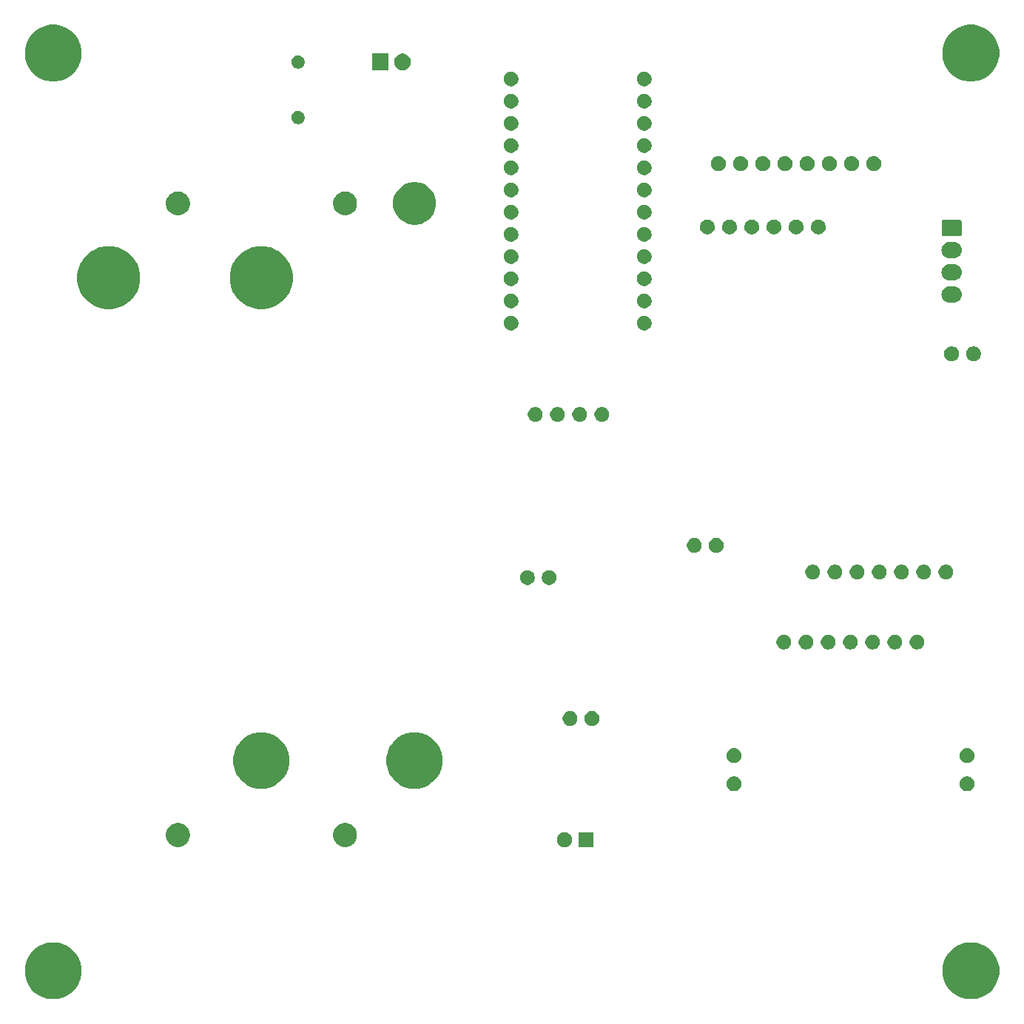
<source format=gbr>
G04 #@! TF.GenerationSoftware,KiCad,Pcbnew,(5.1.5)-3*
G04 #@! TF.CreationDate,2020-11-07T14:44:15-05:00*
G04 #@! TF.ProjectId,OceanSense,4f636561-6e53-4656-9e73-652e6b696361,rev?*
G04 #@! TF.SameCoordinates,Original*
G04 #@! TF.FileFunction,Soldermask,Bot*
G04 #@! TF.FilePolarity,Negative*
%FSLAX46Y46*%
G04 Gerber Fmt 4.6, Leading zero omitted, Abs format (unit mm)*
G04 Created by KiCad (PCBNEW (5.1.5)-3) date 2020-11-07 14:44:15*
%MOMM*%
%LPD*%
G04 APERTURE LIST*
%ADD10C,0.100000*%
G04 APERTURE END LIST*
D10*
G36*
X60634239Y418188533D02*
G01*
X60948282Y418126066D01*
X61539926Y417880999D01*
X62072392Y417525216D01*
X62525216Y417072392D01*
X62880999Y416539926D01*
X63126066Y415948282D01*
X63251000Y415320196D01*
X63251000Y414679804D01*
X63126066Y414051718D01*
X62880999Y413460074D01*
X62525216Y412927608D01*
X62072392Y412474784D01*
X61539926Y412119001D01*
X60948282Y411873934D01*
X60634239Y411811467D01*
X60320197Y411749000D01*
X59679803Y411749000D01*
X59365761Y411811467D01*
X59051718Y411873934D01*
X58460074Y412119001D01*
X57927608Y412474784D01*
X57474784Y412927608D01*
X57119001Y413460074D01*
X56873934Y414051718D01*
X56749000Y414679804D01*
X56749000Y415320196D01*
X56873934Y415948282D01*
X57119001Y416539926D01*
X57474784Y417072392D01*
X57927608Y417525216D01*
X58460074Y417880999D01*
X59051718Y418126066D01*
X59365761Y418188533D01*
X59679803Y418251000D01*
X60320197Y418251000D01*
X60634239Y418188533D01*
G37*
G36*
X-44365761Y418188533D02*
G01*
X-44051718Y418126066D01*
X-43460074Y417880999D01*
X-42927608Y417525216D01*
X-42474784Y417072392D01*
X-42119001Y416539926D01*
X-41873934Y415948282D01*
X-41749000Y415320196D01*
X-41749000Y414679804D01*
X-41873934Y414051718D01*
X-42119001Y413460074D01*
X-42474784Y412927608D01*
X-42927608Y412474784D01*
X-43460074Y412119001D01*
X-44051718Y411873934D01*
X-44365761Y411811467D01*
X-44679803Y411749000D01*
X-45320197Y411749000D01*
X-45634239Y411811467D01*
X-45948282Y411873934D01*
X-46539926Y412119001D01*
X-47072392Y412474784D01*
X-47525216Y412927608D01*
X-47880999Y413460074D01*
X-48126066Y414051718D01*
X-48251000Y414679804D01*
X-48251000Y415320196D01*
X-48126066Y415948282D01*
X-47880999Y416539926D01*
X-47525216Y417072392D01*
X-47072392Y417525216D01*
X-46539926Y417880999D01*
X-45948282Y418126066D01*
X-45634239Y418188533D01*
X-45320197Y418251000D01*
X-44679803Y418251000D01*
X-44365761Y418188533D01*
G37*
G36*
X13748228Y430818297D02*
G01*
X13903100Y430754147D01*
X14042481Y430661015D01*
X14161015Y430542481D01*
X14254147Y430403100D01*
X14318297Y430248228D01*
X14351000Y430083816D01*
X14351000Y429916184D01*
X14318297Y429751772D01*
X14254147Y429596900D01*
X14161015Y429457519D01*
X14042481Y429338985D01*
X13903100Y429245853D01*
X13748228Y429181703D01*
X13583816Y429149000D01*
X13416184Y429149000D01*
X13251772Y429181703D01*
X13096900Y429245853D01*
X12957519Y429338985D01*
X12838985Y429457519D01*
X12745853Y429596900D01*
X12681703Y429751772D01*
X12649000Y429916184D01*
X12649000Y430083816D01*
X12681703Y430248228D01*
X12745853Y430403100D01*
X12838985Y430542481D01*
X12957519Y430661015D01*
X13096900Y430754147D01*
X13251772Y430818297D01*
X13416184Y430851000D01*
X13583816Y430851000D01*
X13748228Y430818297D01*
G37*
G36*
X16851000Y429149000D02*
G01*
X15149000Y429149000D01*
X15149000Y430851000D01*
X16851000Y430851000D01*
X16851000Y429149000D01*
G37*
G36*
X-11212061Y431870083D02*
G01*
X-10962409Y431766674D01*
X-10737728Y431616547D01*
X-10546653Y431425472D01*
X-10396526Y431200791D01*
X-10293117Y430951139D01*
X-10240400Y430686111D01*
X-10240400Y430415889D01*
X-10293117Y430150861D01*
X-10396526Y429901209D01*
X-10546653Y429676528D01*
X-10737728Y429485453D01*
X-10962409Y429335326D01*
X-11212061Y429231917D01*
X-11477089Y429179200D01*
X-11747311Y429179200D01*
X-12012339Y429231917D01*
X-12261991Y429335326D01*
X-12486672Y429485453D01*
X-12677747Y429676528D01*
X-12827874Y429901209D01*
X-12931283Y430150861D01*
X-12984000Y430415889D01*
X-12984000Y430686111D01*
X-12931283Y430951139D01*
X-12827874Y431200791D01*
X-12677747Y431425472D01*
X-12486672Y431616547D01*
X-12261991Y431766674D01*
X-12012339Y431870083D01*
X-11747311Y431922800D01*
X-11477089Y431922800D01*
X-11212061Y431870083D01*
G37*
G36*
X-30338261Y431870083D02*
G01*
X-30088609Y431766674D01*
X-29863928Y431616547D01*
X-29672853Y431425472D01*
X-29522726Y431200791D01*
X-29419317Y430951139D01*
X-29366600Y430686111D01*
X-29366600Y430415889D01*
X-29419317Y430150861D01*
X-29522726Y429901209D01*
X-29672853Y429676528D01*
X-29863928Y429485453D01*
X-30088609Y429335326D01*
X-30338261Y429231917D01*
X-30603289Y429179200D01*
X-30873511Y429179200D01*
X-31138539Y429231917D01*
X-31388191Y429335326D01*
X-31612872Y429485453D01*
X-31803947Y429676528D01*
X-31954074Y429901209D01*
X-32057483Y430150861D01*
X-32110200Y430415889D01*
X-32110200Y430686111D01*
X-32057483Y430951139D01*
X-31954074Y431200791D01*
X-31803947Y431425472D01*
X-31612872Y431616547D01*
X-31388191Y431766674D01*
X-31138539Y431870083D01*
X-30873511Y431922800D01*
X-30603289Y431922800D01*
X-30338261Y431870083D01*
G37*
G36*
X33059041Y437232147D02*
G01*
X33141257Y437215793D01*
X33205414Y437189218D01*
X33296146Y437151636D01*
X33435544Y437058493D01*
X33554093Y436939944D01*
X33647236Y436800546D01*
X33711393Y436645656D01*
X33744100Y436481227D01*
X33744100Y436313573D01*
X33711393Y436149144D01*
X33647236Y435994254D01*
X33554093Y435854856D01*
X33435544Y435736307D01*
X33296146Y435643164D01*
X33205414Y435605582D01*
X33141257Y435579007D01*
X33059042Y435562654D01*
X32976827Y435546300D01*
X32809173Y435546300D01*
X32726958Y435562654D01*
X32644743Y435579007D01*
X32580586Y435605582D01*
X32489854Y435643164D01*
X32350456Y435736307D01*
X32231907Y435854856D01*
X32138764Y435994254D01*
X32074607Y436149144D01*
X32041900Y436313573D01*
X32041900Y436481227D01*
X32074607Y436645656D01*
X32138764Y436800546D01*
X32231907Y436939944D01*
X32350456Y437058493D01*
X32489854Y437151636D01*
X32580586Y437189218D01*
X32644743Y437215793D01*
X32726959Y437232147D01*
X32809173Y437248500D01*
X32976827Y437248500D01*
X33059041Y437232147D01*
G37*
G36*
X59729041Y437232147D02*
G01*
X59811257Y437215793D01*
X59875414Y437189218D01*
X59966146Y437151636D01*
X60105544Y437058493D01*
X60224093Y436939944D01*
X60317236Y436800546D01*
X60381393Y436645656D01*
X60414100Y436481227D01*
X60414100Y436313573D01*
X60381393Y436149144D01*
X60317236Y435994254D01*
X60224093Y435854856D01*
X60105544Y435736307D01*
X59966146Y435643164D01*
X59875414Y435605582D01*
X59811257Y435579007D01*
X59729042Y435562654D01*
X59646827Y435546300D01*
X59479173Y435546300D01*
X59396958Y435562654D01*
X59314743Y435579007D01*
X59250586Y435605582D01*
X59159854Y435643164D01*
X59020456Y435736307D01*
X58901907Y435854856D01*
X58808764Y435994254D01*
X58744607Y436149144D01*
X58711900Y436313573D01*
X58711900Y436481227D01*
X58744607Y436645656D01*
X58808764Y436800546D01*
X58901907Y436939944D01*
X59020456Y437058493D01*
X59159854Y437151636D01*
X59250586Y437189218D01*
X59314743Y437215793D01*
X59396959Y437232147D01*
X59479173Y437248500D01*
X59646827Y437248500D01*
X59729041Y437232147D01*
G37*
G36*
X-2721012Y442162027D02*
G01*
X-2133918Y441918845D01*
X-2133916Y441918844D01*
X-1605545Y441565798D01*
X-1156202Y441116455D01*
X-803156Y440588084D01*
X-803155Y440588082D01*
X-559973Y440000988D01*
X-436000Y439377735D01*
X-436000Y438742265D01*
X-559973Y438119012D01*
X-803155Y437531918D01*
X-803156Y437531916D01*
X-1156202Y437003545D01*
X-1605545Y436554202D01*
X-2133916Y436201156D01*
X-2133917Y436201155D01*
X-2133918Y436201155D01*
X-2721012Y435957973D01*
X-3344265Y435834000D01*
X-3979735Y435834000D01*
X-4602988Y435957973D01*
X-5190082Y436201155D01*
X-5190083Y436201155D01*
X-5190084Y436201156D01*
X-5718455Y436554202D01*
X-6167798Y437003545D01*
X-6520844Y437531916D01*
X-6520845Y437531918D01*
X-6764027Y438119012D01*
X-6888000Y438742265D01*
X-6888000Y439377735D01*
X-6764027Y440000988D01*
X-6520845Y440588082D01*
X-6520844Y440588084D01*
X-6167798Y441116455D01*
X-5718455Y441565798D01*
X-5190084Y441918844D01*
X-5190082Y441918845D01*
X-4602988Y442162027D01*
X-3979735Y442286000D01*
X-3344265Y442286000D01*
X-2721012Y442162027D01*
G37*
G36*
X-20247012Y442162027D02*
G01*
X-19659918Y441918845D01*
X-19659916Y441918844D01*
X-19131545Y441565798D01*
X-18682202Y441116455D01*
X-18329156Y440588084D01*
X-18329155Y440588082D01*
X-18085973Y440000988D01*
X-17962000Y439377735D01*
X-17962000Y438742265D01*
X-18085973Y438119012D01*
X-18329155Y437531918D01*
X-18329156Y437531916D01*
X-18682202Y437003545D01*
X-19131545Y436554202D01*
X-19659916Y436201156D01*
X-19659917Y436201155D01*
X-19659918Y436201155D01*
X-20247012Y435957973D01*
X-20870265Y435834000D01*
X-21505735Y435834000D01*
X-22128988Y435957973D01*
X-22716082Y436201155D01*
X-22716083Y436201155D01*
X-22716084Y436201156D01*
X-23244455Y436554202D01*
X-23693798Y437003545D01*
X-24046844Y437531916D01*
X-24046845Y437531918D01*
X-24290027Y438119012D01*
X-24414000Y438742265D01*
X-24414000Y439377735D01*
X-24290027Y440000988D01*
X-24046845Y440588082D01*
X-24046844Y440588084D01*
X-23693798Y441116455D01*
X-23244455Y441565798D01*
X-22716084Y441918844D01*
X-22716082Y441918845D01*
X-22128988Y442162027D01*
X-21505735Y442286000D01*
X-20870265Y442286000D01*
X-20247012Y442162027D01*
G37*
G36*
X33059042Y440483346D02*
G01*
X33141257Y440466993D01*
X33205414Y440440418D01*
X33296146Y440402836D01*
X33435544Y440309693D01*
X33554093Y440191144D01*
X33647236Y440051746D01*
X33668260Y440000989D01*
X33711393Y439896857D01*
X33744100Y439732426D01*
X33744100Y439564774D01*
X33711393Y439400343D01*
X33684818Y439336186D01*
X33647236Y439245454D01*
X33554093Y439106056D01*
X33435544Y438987507D01*
X33296146Y438894364D01*
X33205414Y438856782D01*
X33141257Y438830207D01*
X33059041Y438813853D01*
X32976827Y438797500D01*
X32809173Y438797500D01*
X32726959Y438813853D01*
X32644743Y438830207D01*
X32580586Y438856782D01*
X32489854Y438894364D01*
X32350456Y438987507D01*
X32231907Y439106056D01*
X32138764Y439245454D01*
X32101182Y439336186D01*
X32074607Y439400343D01*
X32041900Y439564774D01*
X32041900Y439732426D01*
X32074607Y439896857D01*
X32117740Y440000989D01*
X32138764Y440051746D01*
X32231907Y440191144D01*
X32350456Y440309693D01*
X32489854Y440402836D01*
X32580586Y440440418D01*
X32644743Y440466993D01*
X32726958Y440483346D01*
X32809173Y440499700D01*
X32976827Y440499700D01*
X33059042Y440483346D01*
G37*
G36*
X59729042Y440483346D02*
G01*
X59811257Y440466993D01*
X59875414Y440440418D01*
X59966146Y440402836D01*
X60105544Y440309693D01*
X60224093Y440191144D01*
X60317236Y440051746D01*
X60338260Y440000989D01*
X60381393Y439896857D01*
X60414100Y439732426D01*
X60414100Y439564774D01*
X60381393Y439400343D01*
X60354818Y439336186D01*
X60317236Y439245454D01*
X60224093Y439106056D01*
X60105544Y438987507D01*
X59966146Y438894364D01*
X59875414Y438856782D01*
X59811257Y438830207D01*
X59729041Y438813853D01*
X59646827Y438797500D01*
X59479173Y438797500D01*
X59396959Y438813853D01*
X59314743Y438830207D01*
X59250586Y438856782D01*
X59159854Y438894364D01*
X59020456Y438987507D01*
X58901907Y439106056D01*
X58808764Y439245454D01*
X58771182Y439336186D01*
X58744607Y439400343D01*
X58711900Y439564774D01*
X58711900Y439732426D01*
X58744607Y439896857D01*
X58787740Y440000989D01*
X58808764Y440051746D01*
X58901907Y440191144D01*
X59020456Y440309693D01*
X59159854Y440402836D01*
X59250586Y440440418D01*
X59314743Y440466993D01*
X59396958Y440483346D01*
X59479173Y440499700D01*
X59646827Y440499700D01*
X59729042Y440483346D01*
G37*
G36*
X14385228Y444683297D02*
G01*
X14540100Y444619147D01*
X14679481Y444526015D01*
X14798015Y444407481D01*
X14891147Y444268100D01*
X14955297Y444113228D01*
X14988000Y443948816D01*
X14988000Y443781184D01*
X14955297Y443616772D01*
X14891147Y443461900D01*
X14798015Y443322519D01*
X14679481Y443203985D01*
X14540100Y443110853D01*
X14385228Y443046703D01*
X14220816Y443014000D01*
X14053184Y443014000D01*
X13888772Y443046703D01*
X13733900Y443110853D01*
X13594519Y443203985D01*
X13475985Y443322519D01*
X13382853Y443461900D01*
X13318703Y443616772D01*
X13286000Y443781184D01*
X13286000Y443948816D01*
X13318703Y444113228D01*
X13382853Y444268100D01*
X13475985Y444407481D01*
X13594519Y444526015D01*
X13733900Y444619147D01*
X13888772Y444683297D01*
X14053184Y444716000D01*
X14220816Y444716000D01*
X14385228Y444683297D01*
G37*
G36*
X16885228Y444683297D02*
G01*
X17040100Y444619147D01*
X17179481Y444526015D01*
X17298015Y444407481D01*
X17391147Y444268100D01*
X17455297Y444113228D01*
X17488000Y443948816D01*
X17488000Y443781184D01*
X17455297Y443616772D01*
X17391147Y443461900D01*
X17298015Y443322519D01*
X17179481Y443203985D01*
X17040100Y443110853D01*
X16885228Y443046703D01*
X16720816Y443014000D01*
X16553184Y443014000D01*
X16388772Y443046703D01*
X16233900Y443110853D01*
X16094519Y443203985D01*
X15975985Y443322519D01*
X15882853Y443461900D01*
X15818703Y443616772D01*
X15786000Y443781184D01*
X15786000Y443948816D01*
X15818703Y444113228D01*
X15882853Y444268100D01*
X15975985Y444407481D01*
X16094519Y444526015D01*
X16233900Y444619147D01*
X16388772Y444683297D01*
X16553184Y444716000D01*
X16720816Y444716000D01*
X16885228Y444683297D01*
G37*
G36*
X54014042Y453462746D02*
G01*
X54096257Y453446393D01*
X54160414Y453419818D01*
X54251146Y453382236D01*
X54390544Y453289093D01*
X54509093Y453170544D01*
X54602236Y453031146D01*
X54666393Y452876256D01*
X54699100Y452711827D01*
X54699100Y452544173D01*
X54666393Y452379744D01*
X54602236Y452224854D01*
X54509093Y452085456D01*
X54390544Y451966907D01*
X54251146Y451873764D01*
X54160414Y451836182D01*
X54096257Y451809607D01*
X54014041Y451793253D01*
X53931827Y451776900D01*
X53764173Y451776900D01*
X53681959Y451793253D01*
X53599743Y451809607D01*
X53535586Y451836182D01*
X53444854Y451873764D01*
X53305456Y451966907D01*
X53186907Y452085456D01*
X53093764Y452224854D01*
X53029607Y452379744D01*
X52996900Y452544173D01*
X52996900Y452711827D01*
X53029607Y452876256D01*
X53093764Y453031146D01*
X53186907Y453170544D01*
X53305456Y453289093D01*
X53444854Y453382236D01*
X53535586Y453419818D01*
X53599743Y453446393D01*
X53681958Y453462746D01*
X53764173Y453479100D01*
X53931827Y453479100D01*
X54014042Y453462746D01*
G37*
G36*
X48934042Y453462746D02*
G01*
X49016257Y453446393D01*
X49080414Y453419818D01*
X49171146Y453382236D01*
X49310544Y453289093D01*
X49429093Y453170544D01*
X49522236Y453031146D01*
X49586393Y452876256D01*
X49619100Y452711827D01*
X49619100Y452544173D01*
X49586393Y452379744D01*
X49522236Y452224854D01*
X49429093Y452085456D01*
X49310544Y451966907D01*
X49171146Y451873764D01*
X49080414Y451836182D01*
X49016257Y451809607D01*
X48934041Y451793253D01*
X48851827Y451776900D01*
X48684173Y451776900D01*
X48601959Y451793253D01*
X48519743Y451809607D01*
X48455586Y451836182D01*
X48364854Y451873764D01*
X48225456Y451966907D01*
X48106907Y452085456D01*
X48013764Y452224854D01*
X47949607Y452379744D01*
X47916900Y452544173D01*
X47916900Y452711827D01*
X47949607Y452876256D01*
X48013764Y453031146D01*
X48106907Y453170544D01*
X48225456Y453289093D01*
X48364854Y453382236D01*
X48455586Y453419818D01*
X48519743Y453446393D01*
X48601958Y453462746D01*
X48684173Y453479100D01*
X48851827Y453479100D01*
X48934042Y453462746D01*
G37*
G36*
X46394042Y453462746D02*
G01*
X46476257Y453446393D01*
X46540414Y453419818D01*
X46631146Y453382236D01*
X46770544Y453289093D01*
X46889093Y453170544D01*
X46982236Y453031146D01*
X47046393Y452876256D01*
X47079100Y452711827D01*
X47079100Y452544173D01*
X47046393Y452379744D01*
X46982236Y452224854D01*
X46889093Y452085456D01*
X46770544Y451966907D01*
X46631146Y451873764D01*
X46540414Y451836182D01*
X46476257Y451809607D01*
X46394041Y451793253D01*
X46311827Y451776900D01*
X46144173Y451776900D01*
X46061959Y451793253D01*
X45979743Y451809607D01*
X45915586Y451836182D01*
X45824854Y451873764D01*
X45685456Y451966907D01*
X45566907Y452085456D01*
X45473764Y452224854D01*
X45409607Y452379744D01*
X45376900Y452544173D01*
X45376900Y452711827D01*
X45409607Y452876256D01*
X45473764Y453031146D01*
X45566907Y453170544D01*
X45685456Y453289093D01*
X45824854Y453382236D01*
X45915586Y453419818D01*
X45979743Y453446393D01*
X46061958Y453462746D01*
X46144173Y453479100D01*
X46311827Y453479100D01*
X46394042Y453462746D01*
G37*
G36*
X43854042Y453462746D02*
G01*
X43936257Y453446393D01*
X44000414Y453419818D01*
X44091146Y453382236D01*
X44230544Y453289093D01*
X44349093Y453170544D01*
X44442236Y453031146D01*
X44506393Y452876256D01*
X44539100Y452711827D01*
X44539100Y452544173D01*
X44506393Y452379744D01*
X44442236Y452224854D01*
X44349093Y452085456D01*
X44230544Y451966907D01*
X44091146Y451873764D01*
X44000414Y451836182D01*
X43936257Y451809607D01*
X43854041Y451793253D01*
X43771827Y451776900D01*
X43604173Y451776900D01*
X43521959Y451793253D01*
X43439743Y451809607D01*
X43375586Y451836182D01*
X43284854Y451873764D01*
X43145456Y451966907D01*
X43026907Y452085456D01*
X42933764Y452224854D01*
X42869607Y452379744D01*
X42836900Y452544173D01*
X42836900Y452711827D01*
X42869607Y452876256D01*
X42933764Y453031146D01*
X43026907Y453170544D01*
X43145456Y453289093D01*
X43284854Y453382236D01*
X43375586Y453419818D01*
X43439743Y453446393D01*
X43521958Y453462746D01*
X43604173Y453479100D01*
X43771827Y453479100D01*
X43854042Y453462746D01*
G37*
G36*
X41314042Y453462746D02*
G01*
X41396257Y453446393D01*
X41460414Y453419818D01*
X41551146Y453382236D01*
X41690544Y453289093D01*
X41809093Y453170544D01*
X41902236Y453031146D01*
X41966393Y452876256D01*
X41999100Y452711827D01*
X41999100Y452544173D01*
X41966393Y452379744D01*
X41902236Y452224854D01*
X41809093Y452085456D01*
X41690544Y451966907D01*
X41551146Y451873764D01*
X41460414Y451836182D01*
X41396257Y451809607D01*
X41314041Y451793253D01*
X41231827Y451776900D01*
X41064173Y451776900D01*
X40981959Y451793253D01*
X40899743Y451809607D01*
X40835586Y451836182D01*
X40744854Y451873764D01*
X40605456Y451966907D01*
X40486907Y452085456D01*
X40393764Y452224854D01*
X40329607Y452379744D01*
X40296900Y452544173D01*
X40296900Y452711827D01*
X40329607Y452876256D01*
X40393764Y453031146D01*
X40486907Y453170544D01*
X40605456Y453289093D01*
X40744854Y453382236D01*
X40835586Y453419818D01*
X40899743Y453446393D01*
X40981958Y453462746D01*
X41064173Y453479100D01*
X41231827Y453479100D01*
X41314042Y453462746D01*
G37*
G36*
X38774042Y453462746D02*
G01*
X38856257Y453446393D01*
X38920414Y453419818D01*
X39011146Y453382236D01*
X39150544Y453289093D01*
X39269093Y453170544D01*
X39362236Y453031146D01*
X39426393Y452876256D01*
X39459100Y452711827D01*
X39459100Y452544173D01*
X39426393Y452379744D01*
X39362236Y452224854D01*
X39269093Y452085456D01*
X39150544Y451966907D01*
X39011146Y451873764D01*
X38920414Y451836182D01*
X38856257Y451809607D01*
X38774041Y451793253D01*
X38691827Y451776900D01*
X38524173Y451776900D01*
X38441959Y451793253D01*
X38359743Y451809607D01*
X38295586Y451836182D01*
X38204854Y451873764D01*
X38065456Y451966907D01*
X37946907Y452085456D01*
X37853764Y452224854D01*
X37789607Y452379744D01*
X37756900Y452544173D01*
X37756900Y452711827D01*
X37789607Y452876256D01*
X37853764Y453031146D01*
X37946907Y453170544D01*
X38065456Y453289093D01*
X38204854Y453382236D01*
X38295586Y453419818D01*
X38359743Y453446393D01*
X38441958Y453462746D01*
X38524173Y453479100D01*
X38691827Y453479100D01*
X38774042Y453462746D01*
G37*
G36*
X51474042Y453462746D02*
G01*
X51556257Y453446393D01*
X51620414Y453419818D01*
X51711146Y453382236D01*
X51850544Y453289093D01*
X51969093Y453170544D01*
X52062236Y453031146D01*
X52126393Y452876256D01*
X52159100Y452711827D01*
X52159100Y452544173D01*
X52126393Y452379744D01*
X52062236Y452224854D01*
X51969093Y452085456D01*
X51850544Y451966907D01*
X51711146Y451873764D01*
X51620414Y451836182D01*
X51556257Y451809607D01*
X51474041Y451793253D01*
X51391827Y451776900D01*
X51224173Y451776900D01*
X51141959Y451793253D01*
X51059743Y451809607D01*
X50995586Y451836182D01*
X50904854Y451873764D01*
X50765456Y451966907D01*
X50646907Y452085456D01*
X50553764Y452224854D01*
X50489607Y452379744D01*
X50456900Y452544173D01*
X50456900Y452711827D01*
X50489607Y452876256D01*
X50553764Y453031146D01*
X50646907Y453170544D01*
X50765456Y453289093D01*
X50904854Y453382236D01*
X50995586Y453419818D01*
X51059743Y453446393D01*
X51141958Y453462746D01*
X51224173Y453479100D01*
X51391827Y453479100D01*
X51474042Y453462746D01*
G37*
G36*
X11998228Y460818297D02*
G01*
X12153100Y460754147D01*
X12292481Y460661015D01*
X12411015Y460542481D01*
X12504147Y460403100D01*
X12568297Y460248228D01*
X12601000Y460083816D01*
X12601000Y459916184D01*
X12568297Y459751772D01*
X12504147Y459596900D01*
X12411015Y459457519D01*
X12292481Y459338985D01*
X12153100Y459245853D01*
X11998228Y459181703D01*
X11833816Y459149000D01*
X11666184Y459149000D01*
X11501772Y459181703D01*
X11346900Y459245853D01*
X11207519Y459338985D01*
X11088985Y459457519D01*
X10995853Y459596900D01*
X10931703Y459751772D01*
X10899000Y459916184D01*
X10899000Y460083816D01*
X10931703Y460248228D01*
X10995853Y460403100D01*
X11088985Y460542481D01*
X11207519Y460661015D01*
X11346900Y460754147D01*
X11501772Y460818297D01*
X11666184Y460851000D01*
X11833816Y460851000D01*
X11998228Y460818297D01*
G37*
G36*
X9498228Y460818297D02*
G01*
X9653100Y460754147D01*
X9792481Y460661015D01*
X9911015Y460542481D01*
X10004147Y460403100D01*
X10068297Y460248228D01*
X10101000Y460083816D01*
X10101000Y459916184D01*
X10068297Y459751772D01*
X10004147Y459596900D01*
X9911015Y459457519D01*
X9792481Y459338985D01*
X9653100Y459245853D01*
X9498228Y459181703D01*
X9333816Y459149000D01*
X9166184Y459149000D01*
X9001772Y459181703D01*
X8846900Y459245853D01*
X8707519Y459338985D01*
X8588985Y459457519D01*
X8495853Y459596900D01*
X8431703Y459751772D01*
X8399000Y459916184D01*
X8399000Y460083816D01*
X8431703Y460248228D01*
X8495853Y460403100D01*
X8588985Y460542481D01*
X8707519Y460661015D01*
X8846900Y460754147D01*
X9001772Y460818297D01*
X9166184Y460851000D01*
X9333816Y460851000D01*
X9498228Y460818297D01*
G37*
G36*
X52236042Y461463746D02*
G01*
X52318257Y461447393D01*
X52382414Y461420818D01*
X52473146Y461383236D01*
X52612544Y461290093D01*
X52731093Y461171544D01*
X52824236Y461032146D01*
X52888393Y460877256D01*
X52921100Y460712827D01*
X52921100Y460545173D01*
X52888393Y460380744D01*
X52824236Y460225854D01*
X52731093Y460086456D01*
X52612544Y459967907D01*
X52473146Y459874764D01*
X52382414Y459837182D01*
X52318257Y459810607D01*
X52236041Y459794253D01*
X52153827Y459777900D01*
X51986173Y459777900D01*
X51903959Y459794253D01*
X51821743Y459810607D01*
X51757586Y459837182D01*
X51666854Y459874764D01*
X51527456Y459967907D01*
X51408907Y460086456D01*
X51315764Y460225854D01*
X51251607Y460380744D01*
X51218900Y460545173D01*
X51218900Y460712827D01*
X51251607Y460877256D01*
X51315764Y461032146D01*
X51408907Y461171544D01*
X51527456Y461290093D01*
X51666854Y461383236D01*
X51757586Y461420818D01*
X51821743Y461447393D01*
X51903958Y461463746D01*
X51986173Y461480100D01*
X52153827Y461480100D01*
X52236042Y461463746D01*
G37*
G36*
X42076042Y461463746D02*
G01*
X42158257Y461447393D01*
X42222414Y461420818D01*
X42313146Y461383236D01*
X42452544Y461290093D01*
X42571093Y461171544D01*
X42664236Y461032146D01*
X42728393Y460877256D01*
X42761100Y460712827D01*
X42761100Y460545173D01*
X42728393Y460380744D01*
X42664236Y460225854D01*
X42571093Y460086456D01*
X42452544Y459967907D01*
X42313146Y459874764D01*
X42222414Y459837182D01*
X42158257Y459810607D01*
X42076041Y459794253D01*
X41993827Y459777900D01*
X41826173Y459777900D01*
X41743959Y459794253D01*
X41661743Y459810607D01*
X41597586Y459837182D01*
X41506854Y459874764D01*
X41367456Y459967907D01*
X41248907Y460086456D01*
X41155764Y460225854D01*
X41091607Y460380744D01*
X41058900Y460545173D01*
X41058900Y460712827D01*
X41091607Y460877256D01*
X41155764Y461032146D01*
X41248907Y461171544D01*
X41367456Y461290093D01*
X41506854Y461383236D01*
X41597586Y461420818D01*
X41661743Y461447393D01*
X41743958Y461463746D01*
X41826173Y461480100D01*
X41993827Y461480100D01*
X42076042Y461463746D01*
G37*
G36*
X47156042Y461463746D02*
G01*
X47238257Y461447393D01*
X47302414Y461420818D01*
X47393146Y461383236D01*
X47532544Y461290093D01*
X47651093Y461171544D01*
X47744236Y461032146D01*
X47808393Y460877256D01*
X47841100Y460712827D01*
X47841100Y460545173D01*
X47808393Y460380744D01*
X47744236Y460225854D01*
X47651093Y460086456D01*
X47532544Y459967907D01*
X47393146Y459874764D01*
X47302414Y459837182D01*
X47238257Y459810607D01*
X47156041Y459794253D01*
X47073827Y459777900D01*
X46906173Y459777900D01*
X46823959Y459794253D01*
X46741743Y459810607D01*
X46677586Y459837182D01*
X46586854Y459874764D01*
X46447456Y459967907D01*
X46328907Y460086456D01*
X46235764Y460225854D01*
X46171607Y460380744D01*
X46138900Y460545173D01*
X46138900Y460712827D01*
X46171607Y460877256D01*
X46235764Y461032146D01*
X46328907Y461171544D01*
X46447456Y461290093D01*
X46586854Y461383236D01*
X46677586Y461420818D01*
X46741743Y461447393D01*
X46823958Y461463746D01*
X46906173Y461480100D01*
X47073827Y461480100D01*
X47156042Y461463746D01*
G37*
G36*
X54776042Y461463746D02*
G01*
X54858257Y461447393D01*
X54922414Y461420818D01*
X55013146Y461383236D01*
X55152544Y461290093D01*
X55271093Y461171544D01*
X55364236Y461032146D01*
X55428393Y460877256D01*
X55461100Y460712827D01*
X55461100Y460545173D01*
X55428393Y460380744D01*
X55364236Y460225854D01*
X55271093Y460086456D01*
X55152544Y459967907D01*
X55013146Y459874764D01*
X54922414Y459837182D01*
X54858257Y459810607D01*
X54776041Y459794253D01*
X54693827Y459777900D01*
X54526173Y459777900D01*
X54443959Y459794253D01*
X54361743Y459810607D01*
X54297586Y459837182D01*
X54206854Y459874764D01*
X54067456Y459967907D01*
X53948907Y460086456D01*
X53855764Y460225854D01*
X53791607Y460380744D01*
X53758900Y460545173D01*
X53758900Y460712827D01*
X53791607Y460877256D01*
X53855764Y461032146D01*
X53948907Y461171544D01*
X54067456Y461290093D01*
X54206854Y461383236D01*
X54297586Y461420818D01*
X54361743Y461447393D01*
X54443958Y461463746D01*
X54526173Y461480100D01*
X54693827Y461480100D01*
X54776042Y461463746D01*
G37*
G36*
X44616042Y461463746D02*
G01*
X44698257Y461447393D01*
X44762414Y461420818D01*
X44853146Y461383236D01*
X44992544Y461290093D01*
X45111093Y461171544D01*
X45204236Y461032146D01*
X45268393Y460877256D01*
X45301100Y460712827D01*
X45301100Y460545173D01*
X45268393Y460380744D01*
X45204236Y460225854D01*
X45111093Y460086456D01*
X44992544Y459967907D01*
X44853146Y459874764D01*
X44762414Y459837182D01*
X44698257Y459810607D01*
X44616041Y459794253D01*
X44533827Y459777900D01*
X44366173Y459777900D01*
X44283959Y459794253D01*
X44201743Y459810607D01*
X44137586Y459837182D01*
X44046854Y459874764D01*
X43907456Y459967907D01*
X43788907Y460086456D01*
X43695764Y460225854D01*
X43631607Y460380744D01*
X43598900Y460545173D01*
X43598900Y460712827D01*
X43631607Y460877256D01*
X43695764Y461032146D01*
X43788907Y461171544D01*
X43907456Y461290093D01*
X44046854Y461383236D01*
X44137586Y461420818D01*
X44201743Y461447393D01*
X44283958Y461463746D01*
X44366173Y461480100D01*
X44533827Y461480100D01*
X44616042Y461463746D01*
G37*
G36*
X49696042Y461463746D02*
G01*
X49778257Y461447393D01*
X49842414Y461420818D01*
X49933146Y461383236D01*
X50072544Y461290093D01*
X50191093Y461171544D01*
X50284236Y461032146D01*
X50348393Y460877256D01*
X50381100Y460712827D01*
X50381100Y460545173D01*
X50348393Y460380744D01*
X50284236Y460225854D01*
X50191093Y460086456D01*
X50072544Y459967907D01*
X49933146Y459874764D01*
X49842414Y459837182D01*
X49778257Y459810607D01*
X49696041Y459794253D01*
X49613827Y459777900D01*
X49446173Y459777900D01*
X49363959Y459794253D01*
X49281743Y459810607D01*
X49217586Y459837182D01*
X49126854Y459874764D01*
X48987456Y459967907D01*
X48868907Y460086456D01*
X48775764Y460225854D01*
X48711607Y460380744D01*
X48678900Y460545173D01*
X48678900Y460712827D01*
X48711607Y460877256D01*
X48775764Y461032146D01*
X48868907Y461171544D01*
X48987456Y461290093D01*
X49126854Y461383236D01*
X49217586Y461420818D01*
X49281743Y461447393D01*
X49363958Y461463746D01*
X49446173Y461480100D01*
X49613827Y461480100D01*
X49696042Y461463746D01*
G37*
G36*
X57316042Y461463746D02*
G01*
X57398257Y461447393D01*
X57462414Y461420818D01*
X57553146Y461383236D01*
X57692544Y461290093D01*
X57811093Y461171544D01*
X57904236Y461032146D01*
X57968393Y460877256D01*
X58001100Y460712827D01*
X58001100Y460545173D01*
X57968393Y460380744D01*
X57904236Y460225854D01*
X57811093Y460086456D01*
X57692544Y459967907D01*
X57553146Y459874764D01*
X57462414Y459837182D01*
X57398257Y459810607D01*
X57316041Y459794253D01*
X57233827Y459777900D01*
X57066173Y459777900D01*
X56983959Y459794253D01*
X56901743Y459810607D01*
X56837586Y459837182D01*
X56746854Y459874764D01*
X56607456Y459967907D01*
X56488907Y460086456D01*
X56395764Y460225854D01*
X56331607Y460380744D01*
X56298900Y460545173D01*
X56298900Y460712827D01*
X56331607Y460877256D01*
X56395764Y461032146D01*
X56488907Y461171544D01*
X56607456Y461290093D01*
X56746854Y461383236D01*
X56837586Y461420818D01*
X56901743Y461447393D01*
X56983958Y461463746D01*
X57066173Y461480100D01*
X57233827Y461480100D01*
X57316042Y461463746D01*
G37*
G36*
X31109228Y464495297D02*
G01*
X31264100Y464431147D01*
X31403481Y464338015D01*
X31522015Y464219481D01*
X31615147Y464080100D01*
X31679297Y463925228D01*
X31712000Y463760816D01*
X31712000Y463593184D01*
X31679297Y463428772D01*
X31615147Y463273900D01*
X31522015Y463134519D01*
X31403481Y463015985D01*
X31264100Y462922853D01*
X31109228Y462858703D01*
X30944816Y462826000D01*
X30777184Y462826000D01*
X30612772Y462858703D01*
X30457900Y462922853D01*
X30318519Y463015985D01*
X30199985Y463134519D01*
X30106853Y463273900D01*
X30042703Y463428772D01*
X30010000Y463593184D01*
X30010000Y463760816D01*
X30042703Y463925228D01*
X30106853Y464080100D01*
X30199985Y464219481D01*
X30318519Y464338015D01*
X30457900Y464431147D01*
X30612772Y464495297D01*
X30777184Y464528000D01*
X30944816Y464528000D01*
X31109228Y464495297D01*
G37*
G36*
X28609228Y464495297D02*
G01*
X28764100Y464431147D01*
X28903481Y464338015D01*
X29022015Y464219481D01*
X29115147Y464080100D01*
X29179297Y463925228D01*
X29212000Y463760816D01*
X29212000Y463593184D01*
X29179297Y463428772D01*
X29115147Y463273900D01*
X29022015Y463134519D01*
X28903481Y463015985D01*
X28764100Y462922853D01*
X28609228Y462858703D01*
X28444816Y462826000D01*
X28277184Y462826000D01*
X28112772Y462858703D01*
X27957900Y462922853D01*
X27818519Y463015985D01*
X27699985Y463134519D01*
X27606853Y463273900D01*
X27542703Y463428772D01*
X27510000Y463593184D01*
X27510000Y463760816D01*
X27542703Y463925228D01*
X27606853Y464080100D01*
X27699985Y464219481D01*
X27818519Y464338015D01*
X27957900Y464431147D01*
X28112772Y464495297D01*
X28277184Y464528000D01*
X28444816Y464528000D01*
X28609228Y464495297D01*
G37*
G36*
X17946042Y479497746D02*
G01*
X18028257Y479481393D01*
X18092414Y479454818D01*
X18183146Y479417236D01*
X18322544Y479324093D01*
X18441093Y479205544D01*
X18534236Y479066146D01*
X18598393Y478911256D01*
X18631100Y478746827D01*
X18631100Y478579173D01*
X18598393Y478414744D01*
X18534236Y478259854D01*
X18441093Y478120456D01*
X18322544Y478001907D01*
X18183146Y477908764D01*
X18092414Y477871182D01*
X18028257Y477844607D01*
X17946042Y477828254D01*
X17863827Y477811900D01*
X17696173Y477811900D01*
X17613958Y477828254D01*
X17531743Y477844607D01*
X17467586Y477871182D01*
X17376854Y477908764D01*
X17237456Y478001907D01*
X17118907Y478120456D01*
X17025764Y478259854D01*
X16961607Y478414744D01*
X16928900Y478579173D01*
X16928900Y478746827D01*
X16961607Y478911256D01*
X17025764Y479066146D01*
X17118907Y479205544D01*
X17237456Y479324093D01*
X17376854Y479417236D01*
X17467586Y479454818D01*
X17531743Y479481393D01*
X17613958Y479497746D01*
X17696173Y479514100D01*
X17863827Y479514100D01*
X17946042Y479497746D01*
G37*
G36*
X10326042Y479497746D02*
G01*
X10408257Y479481393D01*
X10472414Y479454818D01*
X10563146Y479417236D01*
X10702544Y479324093D01*
X10821093Y479205544D01*
X10914236Y479066146D01*
X10978393Y478911256D01*
X11011100Y478746827D01*
X11011100Y478579173D01*
X10978393Y478414744D01*
X10914236Y478259854D01*
X10821093Y478120456D01*
X10702544Y478001907D01*
X10563146Y477908764D01*
X10472414Y477871182D01*
X10408257Y477844607D01*
X10326042Y477828254D01*
X10243827Y477811900D01*
X10076173Y477811900D01*
X9993958Y477828254D01*
X9911743Y477844607D01*
X9847586Y477871182D01*
X9756854Y477908764D01*
X9617456Y478001907D01*
X9498907Y478120456D01*
X9405764Y478259854D01*
X9341607Y478414744D01*
X9308900Y478579173D01*
X9308900Y478746827D01*
X9341607Y478911256D01*
X9405764Y479066146D01*
X9498907Y479205544D01*
X9617456Y479324093D01*
X9756854Y479417236D01*
X9847586Y479454818D01*
X9911743Y479481393D01*
X9993958Y479497746D01*
X10076173Y479514100D01*
X10243827Y479514100D01*
X10326042Y479497746D01*
G37*
G36*
X12866042Y479497746D02*
G01*
X12948257Y479481393D01*
X13012414Y479454818D01*
X13103146Y479417236D01*
X13242544Y479324093D01*
X13361093Y479205544D01*
X13454236Y479066146D01*
X13518393Y478911256D01*
X13551100Y478746827D01*
X13551100Y478579173D01*
X13518393Y478414744D01*
X13454236Y478259854D01*
X13361093Y478120456D01*
X13242544Y478001907D01*
X13103146Y477908764D01*
X13012414Y477871182D01*
X12948257Y477844607D01*
X12866042Y477828254D01*
X12783827Y477811900D01*
X12616173Y477811900D01*
X12533958Y477828254D01*
X12451743Y477844607D01*
X12387586Y477871182D01*
X12296854Y477908764D01*
X12157456Y478001907D01*
X12038907Y478120456D01*
X11945764Y478259854D01*
X11881607Y478414744D01*
X11848900Y478579173D01*
X11848900Y478746827D01*
X11881607Y478911256D01*
X11945764Y479066146D01*
X12038907Y479205544D01*
X12157456Y479324093D01*
X12296854Y479417236D01*
X12387586Y479454818D01*
X12451743Y479481393D01*
X12533958Y479497746D01*
X12616173Y479514100D01*
X12783827Y479514100D01*
X12866042Y479497746D01*
G37*
G36*
X15406042Y479497746D02*
G01*
X15488257Y479481393D01*
X15552414Y479454818D01*
X15643146Y479417236D01*
X15782544Y479324093D01*
X15901093Y479205544D01*
X15994236Y479066146D01*
X16058393Y478911256D01*
X16091100Y478746827D01*
X16091100Y478579173D01*
X16058393Y478414744D01*
X15994236Y478259854D01*
X15901093Y478120456D01*
X15782544Y478001907D01*
X15643146Y477908764D01*
X15552414Y477871182D01*
X15488257Y477844607D01*
X15406042Y477828254D01*
X15323827Y477811900D01*
X15156173Y477811900D01*
X15073958Y477828254D01*
X14991743Y477844607D01*
X14927586Y477871182D01*
X14836854Y477908764D01*
X14697456Y478001907D01*
X14578907Y478120456D01*
X14485764Y478259854D01*
X14421607Y478414744D01*
X14388900Y478579173D01*
X14388900Y478746827D01*
X14421607Y478911256D01*
X14485764Y479066146D01*
X14578907Y479205544D01*
X14697456Y479324093D01*
X14836854Y479417236D01*
X14927586Y479454818D01*
X14991743Y479481393D01*
X15073958Y479497746D01*
X15156173Y479514100D01*
X15323827Y479514100D01*
X15406042Y479497746D01*
G37*
G36*
X58048228Y486418297D02*
G01*
X58203100Y486354147D01*
X58342481Y486261015D01*
X58461015Y486142481D01*
X58554147Y486003100D01*
X58618297Y485848228D01*
X58651000Y485683816D01*
X58651000Y485516184D01*
X58618297Y485351772D01*
X58554147Y485196900D01*
X58461015Y485057519D01*
X58342481Y484938985D01*
X58203100Y484845853D01*
X58048228Y484781703D01*
X57883816Y484749000D01*
X57716184Y484749000D01*
X57551772Y484781703D01*
X57396900Y484845853D01*
X57257519Y484938985D01*
X57138985Y485057519D01*
X57045853Y485196900D01*
X56981703Y485351772D01*
X56949000Y485516184D01*
X56949000Y485683816D01*
X56981703Y485848228D01*
X57045853Y486003100D01*
X57138985Y486142481D01*
X57257519Y486261015D01*
X57396900Y486354147D01*
X57551772Y486418297D01*
X57716184Y486451000D01*
X57883816Y486451000D01*
X58048228Y486418297D01*
G37*
G36*
X60548228Y486418297D02*
G01*
X60703100Y486354147D01*
X60842481Y486261015D01*
X60961015Y486142481D01*
X61054147Y486003100D01*
X61118297Y485848228D01*
X61151000Y485683816D01*
X61151000Y485516184D01*
X61118297Y485351772D01*
X61054147Y485196900D01*
X60961015Y485057519D01*
X60842481Y484938985D01*
X60703100Y484845853D01*
X60548228Y484781703D01*
X60383816Y484749000D01*
X60216184Y484749000D01*
X60051772Y484781703D01*
X59896900Y484845853D01*
X59757519Y484938985D01*
X59638985Y485057519D01*
X59545853Y485196900D01*
X59481703Y485351772D01*
X59449000Y485516184D01*
X59449000Y485683816D01*
X59481703Y485848228D01*
X59545853Y486003100D01*
X59638985Y486142481D01*
X59757519Y486261015D01*
X59896900Y486354147D01*
X60051772Y486418297D01*
X60216184Y486451000D01*
X60383816Y486451000D01*
X60548228Y486418297D01*
G37*
G36*
X22786042Y489959746D02*
G01*
X22868257Y489943393D01*
X22932414Y489916818D01*
X23023146Y489879236D01*
X23162544Y489786093D01*
X23281093Y489667544D01*
X23374236Y489528146D01*
X23438393Y489373256D01*
X23471100Y489208827D01*
X23471100Y489041173D01*
X23438393Y488876744D01*
X23374236Y488721854D01*
X23281093Y488582456D01*
X23162544Y488463907D01*
X23023146Y488370764D01*
X22932414Y488333182D01*
X22868257Y488306607D01*
X22786041Y488290253D01*
X22703827Y488273900D01*
X22536173Y488273900D01*
X22453959Y488290253D01*
X22371743Y488306607D01*
X22307586Y488333182D01*
X22216854Y488370764D01*
X22077456Y488463907D01*
X21958907Y488582456D01*
X21865764Y488721854D01*
X21801607Y488876744D01*
X21768900Y489041173D01*
X21768900Y489208827D01*
X21801607Y489373256D01*
X21865764Y489528146D01*
X21958907Y489667544D01*
X22077456Y489786093D01*
X22216854Y489879236D01*
X22307586Y489916818D01*
X22371743Y489943393D01*
X22453958Y489959746D01*
X22536173Y489976100D01*
X22703827Y489976100D01*
X22786042Y489959746D01*
G37*
G36*
X7546042Y489959746D02*
G01*
X7628257Y489943393D01*
X7692414Y489916818D01*
X7783146Y489879236D01*
X7922544Y489786093D01*
X8041093Y489667544D01*
X8134236Y489528146D01*
X8198393Y489373256D01*
X8231100Y489208827D01*
X8231100Y489041173D01*
X8198393Y488876744D01*
X8134236Y488721854D01*
X8041093Y488582456D01*
X7922544Y488463907D01*
X7783146Y488370764D01*
X7692414Y488333182D01*
X7628257Y488306607D01*
X7546041Y488290253D01*
X7463827Y488273900D01*
X7296173Y488273900D01*
X7213959Y488290253D01*
X7131743Y488306607D01*
X7067586Y488333182D01*
X6976854Y488370764D01*
X6837456Y488463907D01*
X6718907Y488582456D01*
X6625764Y488721854D01*
X6561607Y488876744D01*
X6528900Y489041173D01*
X6528900Y489208827D01*
X6561607Y489373256D01*
X6625764Y489528146D01*
X6718907Y489667544D01*
X6837456Y489786093D01*
X6976854Y489879236D01*
X7067586Y489916818D01*
X7131743Y489943393D01*
X7213958Y489959746D01*
X7296173Y489976100D01*
X7463827Y489976100D01*
X7546042Y489959746D01*
G37*
G36*
X-20135878Y497773386D02*
G01*
X-19479446Y497501483D01*
X-19283414Y497370498D01*
X-18888671Y497106740D01*
X-18386260Y496604329D01*
X-18122502Y496209586D01*
X-17991517Y496013554D01*
X-17719614Y495357122D01*
X-17581000Y494660260D01*
X-17581000Y493949740D01*
X-17719614Y493252878D01*
X-17991517Y492596446D01*
X-18015505Y492560546D01*
X-18386260Y492005671D01*
X-18888671Y491503260D01*
X-19249961Y491261854D01*
X-19479446Y491108517D01*
X-20135878Y490836614D01*
X-20832740Y490698000D01*
X-21543260Y490698000D01*
X-22240122Y490836614D01*
X-22896554Y491108517D01*
X-23126039Y491261854D01*
X-23487329Y491503260D01*
X-23989740Y492005671D01*
X-24360495Y492560546D01*
X-24384483Y492596446D01*
X-24656386Y493252878D01*
X-24795000Y493949740D01*
X-24795000Y494660260D01*
X-24656386Y495357122D01*
X-24384483Y496013554D01*
X-24253498Y496209586D01*
X-23989740Y496604329D01*
X-23487329Y497106740D01*
X-23092586Y497370498D01*
X-22896554Y497501483D01*
X-22240122Y497773386D01*
X-21543260Y497912000D01*
X-20832740Y497912000D01*
X-20135878Y497773386D01*
G37*
G36*
X-37611078Y497773386D02*
G01*
X-36954646Y497501483D01*
X-36758614Y497370498D01*
X-36363871Y497106740D01*
X-35861460Y496604329D01*
X-35597702Y496209586D01*
X-35466717Y496013554D01*
X-35194814Y495357122D01*
X-35056200Y494660260D01*
X-35056200Y493949740D01*
X-35194814Y493252878D01*
X-35466717Y492596446D01*
X-35490705Y492560546D01*
X-35861460Y492005671D01*
X-36363871Y491503260D01*
X-36725161Y491261854D01*
X-36954646Y491108517D01*
X-37611078Y490836614D01*
X-38307940Y490698000D01*
X-39018460Y490698000D01*
X-39715322Y490836614D01*
X-40371754Y491108517D01*
X-40601239Y491261854D01*
X-40962529Y491503260D01*
X-41464940Y492005671D01*
X-41835695Y492560546D01*
X-41859683Y492596446D01*
X-42131586Y493252878D01*
X-42270200Y493949740D01*
X-42270200Y494660260D01*
X-42131586Y495357122D01*
X-41859683Y496013554D01*
X-41728698Y496209586D01*
X-41464940Y496604329D01*
X-40962529Y497106740D01*
X-40567786Y497370498D01*
X-40371754Y497501483D01*
X-39715322Y497773386D01*
X-39018460Y497912000D01*
X-38307940Y497912000D01*
X-37611078Y497773386D01*
G37*
G36*
X7546041Y492499747D02*
G01*
X7628257Y492483393D01*
X7692414Y492456818D01*
X7783146Y492419236D01*
X7922544Y492326093D01*
X8041093Y492207544D01*
X8134236Y492068146D01*
X8198393Y491913256D01*
X8231100Y491748827D01*
X8231100Y491581173D01*
X8198393Y491416744D01*
X8134236Y491261854D01*
X8041093Y491122456D01*
X7922544Y491003907D01*
X7783146Y490910764D01*
X7692414Y490873182D01*
X7628257Y490846607D01*
X7578023Y490836615D01*
X7463827Y490813900D01*
X7296173Y490813900D01*
X7181977Y490836615D01*
X7131743Y490846607D01*
X7067586Y490873182D01*
X6976854Y490910764D01*
X6837456Y491003907D01*
X6718907Y491122456D01*
X6625764Y491261854D01*
X6561607Y491416744D01*
X6528900Y491581173D01*
X6528900Y491748827D01*
X6561607Y491913256D01*
X6625764Y492068146D01*
X6718907Y492207544D01*
X6837456Y492326093D01*
X6976854Y492419236D01*
X7067586Y492456818D01*
X7131743Y492483393D01*
X7213959Y492499747D01*
X7296173Y492516100D01*
X7463827Y492516100D01*
X7546041Y492499747D01*
G37*
G36*
X22786041Y492499747D02*
G01*
X22868257Y492483393D01*
X22932414Y492456818D01*
X23023146Y492419236D01*
X23162544Y492326093D01*
X23281093Y492207544D01*
X23374236Y492068146D01*
X23438393Y491913256D01*
X23471100Y491748827D01*
X23471100Y491581173D01*
X23438393Y491416744D01*
X23374236Y491261854D01*
X23281093Y491122456D01*
X23162544Y491003907D01*
X23023146Y490910764D01*
X22932414Y490873182D01*
X22868257Y490846607D01*
X22818023Y490836615D01*
X22703827Y490813900D01*
X22536173Y490813900D01*
X22421977Y490836615D01*
X22371743Y490846607D01*
X22307586Y490873182D01*
X22216854Y490910764D01*
X22077456Y491003907D01*
X21958907Y491122456D01*
X21865764Y491261854D01*
X21801607Y491416744D01*
X21768900Y491581173D01*
X21768900Y491748827D01*
X21801607Y491913256D01*
X21865764Y492068146D01*
X21958907Y492207544D01*
X22077456Y492326093D01*
X22216854Y492419236D01*
X22307586Y492456818D01*
X22371743Y492483393D01*
X22453959Y492499747D01*
X22536173Y492516100D01*
X22703827Y492516100D01*
X22786041Y492499747D01*
G37*
G36*
X58120345Y493296558D02*
G01*
X58210548Y493287674D01*
X58384157Y493235010D01*
X58544156Y493149489D01*
X58587729Y493113729D01*
X58684397Y493034397D01*
X58763729Y492937729D01*
X58799489Y492894156D01*
X58885010Y492734157D01*
X58937674Y492560548D01*
X58955456Y492380000D01*
X58937674Y492199452D01*
X58885010Y492025843D01*
X58799489Y491865844D01*
X58763729Y491822271D01*
X58684397Y491725603D01*
X58587729Y491646271D01*
X58544156Y491610511D01*
X58384157Y491524990D01*
X58210548Y491472326D01*
X58120345Y491463442D01*
X58075245Y491459000D01*
X57524755Y491459000D01*
X57479655Y491463442D01*
X57389452Y491472326D01*
X57215843Y491524990D01*
X57055844Y491610511D01*
X57012271Y491646271D01*
X56915603Y491725603D01*
X56836271Y491822271D01*
X56800511Y491865844D01*
X56714990Y492025843D01*
X56662326Y492199452D01*
X56644544Y492380000D01*
X56662326Y492560548D01*
X56714990Y492734157D01*
X56800511Y492894156D01*
X56836271Y492937729D01*
X56915603Y493034397D01*
X57012271Y493113729D01*
X57055844Y493149489D01*
X57215843Y493235010D01*
X57389452Y493287674D01*
X57479655Y493296558D01*
X57524755Y493301000D01*
X58075245Y493301000D01*
X58120345Y493296558D01*
G37*
G36*
X7546041Y495039747D02*
G01*
X7628257Y495023393D01*
X7692414Y494996818D01*
X7783146Y494959236D01*
X7922544Y494866093D01*
X8041093Y494747544D01*
X8134236Y494608146D01*
X8151758Y494565843D01*
X8198393Y494453257D01*
X8231100Y494288826D01*
X8231100Y494121174D01*
X8198393Y493956743D01*
X8195492Y493949740D01*
X8134236Y493801854D01*
X8041093Y493662456D01*
X7922544Y493543907D01*
X7783146Y493450764D01*
X7692414Y493413182D01*
X7628257Y493386607D01*
X7546042Y493370254D01*
X7463827Y493353900D01*
X7296173Y493353900D01*
X7213958Y493370254D01*
X7131743Y493386607D01*
X7067586Y493413182D01*
X6976854Y493450764D01*
X6837456Y493543907D01*
X6718907Y493662456D01*
X6625764Y493801854D01*
X6564508Y493949740D01*
X6561607Y493956743D01*
X6528900Y494121174D01*
X6528900Y494288826D01*
X6561607Y494453257D01*
X6608242Y494565843D01*
X6625764Y494608146D01*
X6718907Y494747544D01*
X6837456Y494866093D01*
X6976854Y494959236D01*
X7067586Y494996818D01*
X7131743Y495023393D01*
X7213959Y495039747D01*
X7296173Y495056100D01*
X7463827Y495056100D01*
X7546041Y495039747D01*
G37*
G36*
X22786041Y495039747D02*
G01*
X22868257Y495023393D01*
X22932414Y494996818D01*
X23023146Y494959236D01*
X23162544Y494866093D01*
X23281093Y494747544D01*
X23374236Y494608146D01*
X23391758Y494565843D01*
X23438393Y494453257D01*
X23471100Y494288826D01*
X23471100Y494121174D01*
X23438393Y493956743D01*
X23435492Y493949740D01*
X23374236Y493801854D01*
X23281093Y493662456D01*
X23162544Y493543907D01*
X23023146Y493450764D01*
X22932414Y493413182D01*
X22868257Y493386607D01*
X22786042Y493370254D01*
X22703827Y493353900D01*
X22536173Y493353900D01*
X22453958Y493370254D01*
X22371743Y493386607D01*
X22307586Y493413182D01*
X22216854Y493450764D01*
X22077456Y493543907D01*
X21958907Y493662456D01*
X21865764Y493801854D01*
X21804508Y493949740D01*
X21801607Y493956743D01*
X21768900Y494121174D01*
X21768900Y494288826D01*
X21801607Y494453257D01*
X21848242Y494565843D01*
X21865764Y494608146D01*
X21958907Y494747544D01*
X22077456Y494866093D01*
X22216854Y494959236D01*
X22307586Y494996818D01*
X22371743Y495023393D01*
X22453959Y495039747D01*
X22536173Y495056100D01*
X22703827Y495056100D01*
X22786041Y495039747D01*
G37*
G36*
X58120345Y495836558D02*
G01*
X58210548Y495827674D01*
X58384157Y495775010D01*
X58544156Y495689489D01*
X58587729Y495653729D01*
X58684397Y495574397D01*
X58763729Y495477729D01*
X58799489Y495434156D01*
X58885010Y495274157D01*
X58937674Y495100548D01*
X58955456Y494920000D01*
X58937674Y494739452D01*
X58885010Y494565843D01*
X58799489Y494405844D01*
X58763729Y494362271D01*
X58684397Y494265603D01*
X58587729Y494186271D01*
X58544156Y494150511D01*
X58384157Y494064990D01*
X58210548Y494012326D01*
X58120345Y494003442D01*
X58075245Y493999000D01*
X57524755Y493999000D01*
X57479655Y494003442D01*
X57389452Y494012326D01*
X57215843Y494064990D01*
X57055844Y494150511D01*
X57012271Y494186271D01*
X56915603Y494265603D01*
X56836271Y494362271D01*
X56800511Y494405844D01*
X56714990Y494565843D01*
X56662326Y494739452D01*
X56644544Y494920000D01*
X56662326Y495100548D01*
X56714990Y495274157D01*
X56800511Y495434156D01*
X56836271Y495477729D01*
X56915603Y495574397D01*
X57012271Y495653729D01*
X57055844Y495689489D01*
X57215843Y495775010D01*
X57389452Y495827674D01*
X57479655Y495836558D01*
X57524755Y495841000D01*
X58075245Y495841000D01*
X58120345Y495836558D01*
G37*
G36*
X22786041Y497579747D02*
G01*
X22868257Y497563393D01*
X22932414Y497536818D01*
X23023146Y497499236D01*
X23162544Y497406093D01*
X23281093Y497287544D01*
X23374236Y497148146D01*
X23438393Y496993256D01*
X23471100Y496828827D01*
X23471100Y496661173D01*
X23438393Y496496744D01*
X23374236Y496341854D01*
X23281093Y496202456D01*
X23162544Y496083907D01*
X23023146Y495990764D01*
X22932414Y495953182D01*
X22868257Y495926607D01*
X22786042Y495910254D01*
X22703827Y495893900D01*
X22536173Y495893900D01*
X22453958Y495910254D01*
X22371743Y495926607D01*
X22307586Y495953182D01*
X22216854Y495990764D01*
X22077456Y496083907D01*
X21958907Y496202456D01*
X21865764Y496341854D01*
X21801607Y496496744D01*
X21768900Y496661173D01*
X21768900Y496828827D01*
X21801607Y496993256D01*
X21865764Y497148146D01*
X21958907Y497287544D01*
X22077456Y497406093D01*
X22216854Y497499236D01*
X22307586Y497536818D01*
X22371743Y497563393D01*
X22453959Y497579747D01*
X22536173Y497596100D01*
X22703827Y497596100D01*
X22786041Y497579747D01*
G37*
G36*
X7546041Y497579747D02*
G01*
X7628257Y497563393D01*
X7692414Y497536818D01*
X7783146Y497499236D01*
X7922544Y497406093D01*
X8041093Y497287544D01*
X8134236Y497148146D01*
X8198393Y496993256D01*
X8231100Y496828827D01*
X8231100Y496661173D01*
X8198393Y496496744D01*
X8134236Y496341854D01*
X8041093Y496202456D01*
X7922544Y496083907D01*
X7783146Y495990764D01*
X7692414Y495953182D01*
X7628257Y495926607D01*
X7546042Y495910254D01*
X7463827Y495893900D01*
X7296173Y495893900D01*
X7213958Y495910254D01*
X7131743Y495926607D01*
X7067586Y495953182D01*
X6976854Y495990764D01*
X6837456Y496083907D01*
X6718907Y496202456D01*
X6625764Y496341854D01*
X6561607Y496496744D01*
X6528900Y496661173D01*
X6528900Y496828827D01*
X6561607Y496993256D01*
X6625764Y497148146D01*
X6718907Y497287544D01*
X6837456Y497406093D01*
X6976854Y497499236D01*
X7067586Y497536818D01*
X7131743Y497563393D01*
X7213959Y497579747D01*
X7296173Y497596100D01*
X7463827Y497596100D01*
X7546041Y497579747D01*
G37*
G36*
X58120345Y498376558D02*
G01*
X58210548Y498367674D01*
X58384157Y498315010D01*
X58544156Y498229489D01*
X58587729Y498193729D01*
X58684397Y498114397D01*
X58763729Y498017729D01*
X58799489Y497974156D01*
X58885010Y497814157D01*
X58937674Y497640548D01*
X58955456Y497460000D01*
X58937674Y497279452D01*
X58885010Y497105843D01*
X58799489Y496945844D01*
X58763729Y496902271D01*
X58684397Y496805603D01*
X58587729Y496726271D01*
X58544156Y496690511D01*
X58384157Y496604990D01*
X58210548Y496552326D01*
X58120345Y496543442D01*
X58075245Y496539000D01*
X57524755Y496539000D01*
X57479655Y496543442D01*
X57389452Y496552326D01*
X57215843Y496604990D01*
X57055844Y496690511D01*
X57012271Y496726271D01*
X56915603Y496805603D01*
X56836271Y496902271D01*
X56800511Y496945844D01*
X56714990Y497105843D01*
X56662326Y497279452D01*
X56644544Y497460000D01*
X56662326Y497640548D01*
X56714990Y497814157D01*
X56800511Y497974156D01*
X56836271Y498017729D01*
X56915603Y498114397D01*
X57012271Y498193729D01*
X57055844Y498229489D01*
X57215843Y498315010D01*
X57389452Y498367674D01*
X57479655Y498376558D01*
X57524755Y498381000D01*
X58075245Y498381000D01*
X58120345Y498376558D01*
G37*
G36*
X7546041Y500119747D02*
G01*
X7628257Y500103393D01*
X7692414Y500076818D01*
X7783146Y500039236D01*
X7922544Y499946093D01*
X8041093Y499827544D01*
X8134236Y499688146D01*
X8171818Y499597414D01*
X8198393Y499533257D01*
X8214747Y499451041D01*
X8231100Y499368827D01*
X8231100Y499201173D01*
X8198393Y499036744D01*
X8134236Y498881854D01*
X8041093Y498742456D01*
X7922544Y498623907D01*
X7783146Y498530764D01*
X7692414Y498493182D01*
X7628257Y498466607D01*
X7546041Y498450253D01*
X7463827Y498433900D01*
X7296173Y498433900D01*
X7213959Y498450253D01*
X7131743Y498466607D01*
X7067586Y498493182D01*
X6976854Y498530764D01*
X6837456Y498623907D01*
X6718907Y498742456D01*
X6625764Y498881854D01*
X6561607Y499036744D01*
X6528900Y499201173D01*
X6528900Y499368827D01*
X6545253Y499451041D01*
X6561607Y499533257D01*
X6588182Y499597414D01*
X6625764Y499688146D01*
X6718907Y499827544D01*
X6837456Y499946093D01*
X6976854Y500039236D01*
X7067586Y500076818D01*
X7131743Y500103393D01*
X7213959Y500119747D01*
X7296173Y500136100D01*
X7463827Y500136100D01*
X7546041Y500119747D01*
G37*
G36*
X22786041Y500119747D02*
G01*
X22868257Y500103393D01*
X22932414Y500076818D01*
X23023146Y500039236D01*
X23162544Y499946093D01*
X23281093Y499827544D01*
X23374236Y499688146D01*
X23411818Y499597414D01*
X23438393Y499533257D01*
X23454747Y499451041D01*
X23471100Y499368827D01*
X23471100Y499201173D01*
X23438393Y499036744D01*
X23374236Y498881854D01*
X23281093Y498742456D01*
X23162544Y498623907D01*
X23023146Y498530764D01*
X22932414Y498493182D01*
X22868257Y498466607D01*
X22786041Y498450253D01*
X22703827Y498433900D01*
X22536173Y498433900D01*
X22453959Y498450253D01*
X22371743Y498466607D01*
X22307586Y498493182D01*
X22216854Y498530764D01*
X22077456Y498623907D01*
X21958907Y498742456D01*
X21865764Y498881854D01*
X21801607Y499036744D01*
X21768900Y499201173D01*
X21768900Y499368827D01*
X21785253Y499451041D01*
X21801607Y499533257D01*
X21828182Y499597414D01*
X21865764Y499688146D01*
X21958907Y499827544D01*
X22077456Y499946093D01*
X22216854Y500039236D01*
X22307586Y500076818D01*
X22371743Y500103393D01*
X22453959Y500119747D01*
X22536173Y500136100D01*
X22703827Y500136100D01*
X22786041Y500119747D01*
G37*
G36*
X58809561Y500917034D02*
G01*
X58842383Y500907077D01*
X58872632Y500890908D01*
X58899148Y500869148D01*
X58920908Y500842632D01*
X58937077Y500812383D01*
X58947034Y500779561D01*
X58951000Y500739287D01*
X58951000Y499260713D01*
X58947034Y499220439D01*
X58937077Y499187617D01*
X58920908Y499157368D01*
X58899148Y499130852D01*
X58872632Y499109092D01*
X58842383Y499092923D01*
X58809561Y499082966D01*
X58769287Y499079000D01*
X56830713Y499079000D01*
X56790439Y499082966D01*
X56757617Y499092923D01*
X56727368Y499109092D01*
X56700852Y499130852D01*
X56679092Y499157368D01*
X56662923Y499187617D01*
X56652966Y499220439D01*
X56649000Y499260713D01*
X56649000Y500739287D01*
X56652966Y500779561D01*
X56662923Y500812383D01*
X56679092Y500842632D01*
X56700852Y500869148D01*
X56727368Y500890908D01*
X56757617Y500907077D01*
X56790439Y500917034D01*
X56830713Y500921000D01*
X58769287Y500921000D01*
X58809561Y500917034D01*
G37*
G36*
X42644914Y500973900D02*
G01*
X42793257Y500944393D01*
X42849732Y500921000D01*
X42948146Y500880236D01*
X43087544Y500787093D01*
X43206093Y500668544D01*
X43299236Y500529146D01*
X43324102Y500469114D01*
X43362920Y500375400D01*
X43363393Y500374256D01*
X43396100Y500209827D01*
X43396100Y500042173D01*
X43379746Y499959958D01*
X43376989Y499946093D01*
X43363393Y499877744D01*
X43299236Y499722854D01*
X43206093Y499583456D01*
X43087544Y499464907D01*
X42948146Y499371764D01*
X42880282Y499343654D01*
X42793257Y499307607D01*
X42714910Y499292023D01*
X42628827Y499274900D01*
X42461173Y499274900D01*
X42375090Y499292023D01*
X42296743Y499307607D01*
X42209718Y499343654D01*
X42141854Y499371764D01*
X42002456Y499464907D01*
X41883907Y499583456D01*
X41790764Y499722854D01*
X41726607Y499877744D01*
X41713012Y499946093D01*
X41710254Y499959958D01*
X41693900Y500042173D01*
X41693900Y500209827D01*
X41726607Y500374256D01*
X41727081Y500375400D01*
X41765898Y500469114D01*
X41790764Y500529146D01*
X41883907Y500668544D01*
X42002456Y500787093D01*
X42141854Y500880236D01*
X42240268Y500921000D01*
X42296743Y500944393D01*
X42445086Y500973900D01*
X42461173Y500977100D01*
X42628827Y500977100D01*
X42644914Y500973900D01*
G37*
G36*
X40104914Y500973900D02*
G01*
X40253257Y500944393D01*
X40309732Y500921000D01*
X40408146Y500880236D01*
X40547544Y500787093D01*
X40666093Y500668544D01*
X40759236Y500529146D01*
X40784102Y500469114D01*
X40822920Y500375400D01*
X40823393Y500374256D01*
X40856100Y500209827D01*
X40856100Y500042173D01*
X40839746Y499959958D01*
X40836989Y499946093D01*
X40823393Y499877744D01*
X40759236Y499722854D01*
X40666093Y499583456D01*
X40547544Y499464907D01*
X40408146Y499371764D01*
X40340282Y499343654D01*
X40253257Y499307607D01*
X40174910Y499292023D01*
X40088827Y499274900D01*
X39921173Y499274900D01*
X39835090Y499292023D01*
X39756743Y499307607D01*
X39669718Y499343654D01*
X39601854Y499371764D01*
X39462456Y499464907D01*
X39343907Y499583456D01*
X39250764Y499722854D01*
X39186607Y499877744D01*
X39173012Y499946093D01*
X39170254Y499959958D01*
X39153900Y500042173D01*
X39153900Y500209827D01*
X39186607Y500374256D01*
X39187081Y500375400D01*
X39225898Y500469114D01*
X39250764Y500529146D01*
X39343907Y500668544D01*
X39462456Y500787093D01*
X39601854Y500880236D01*
X39700268Y500921000D01*
X39756743Y500944393D01*
X39905086Y500973900D01*
X39921173Y500977100D01*
X40088827Y500977100D01*
X40104914Y500973900D01*
G37*
G36*
X29944914Y500973900D02*
G01*
X30093257Y500944393D01*
X30149732Y500921000D01*
X30248146Y500880236D01*
X30387544Y500787093D01*
X30506093Y500668544D01*
X30599236Y500529146D01*
X30624102Y500469114D01*
X30662920Y500375400D01*
X30663393Y500374256D01*
X30696100Y500209827D01*
X30696100Y500042173D01*
X30679746Y499959958D01*
X30676989Y499946093D01*
X30663393Y499877744D01*
X30599236Y499722854D01*
X30506093Y499583456D01*
X30387544Y499464907D01*
X30248146Y499371764D01*
X30180282Y499343654D01*
X30093257Y499307607D01*
X30014910Y499292023D01*
X29928827Y499274900D01*
X29761173Y499274900D01*
X29675090Y499292023D01*
X29596743Y499307607D01*
X29509718Y499343654D01*
X29441854Y499371764D01*
X29302456Y499464907D01*
X29183907Y499583456D01*
X29090764Y499722854D01*
X29026607Y499877744D01*
X29013012Y499946093D01*
X29010254Y499959958D01*
X28993900Y500042173D01*
X28993900Y500209827D01*
X29026607Y500374256D01*
X29027081Y500375400D01*
X29065898Y500469114D01*
X29090764Y500529146D01*
X29183907Y500668544D01*
X29302456Y500787093D01*
X29441854Y500880236D01*
X29540268Y500921000D01*
X29596743Y500944393D01*
X29745086Y500973900D01*
X29761173Y500977100D01*
X29928827Y500977100D01*
X29944914Y500973900D01*
G37*
G36*
X37564914Y500973900D02*
G01*
X37713257Y500944393D01*
X37769732Y500921000D01*
X37868146Y500880236D01*
X38007544Y500787093D01*
X38126093Y500668544D01*
X38219236Y500529146D01*
X38244102Y500469114D01*
X38282920Y500375400D01*
X38283393Y500374256D01*
X38316100Y500209827D01*
X38316100Y500042173D01*
X38299746Y499959958D01*
X38296989Y499946093D01*
X38283393Y499877744D01*
X38219236Y499722854D01*
X38126093Y499583456D01*
X38007544Y499464907D01*
X37868146Y499371764D01*
X37800282Y499343654D01*
X37713257Y499307607D01*
X37634910Y499292023D01*
X37548827Y499274900D01*
X37381173Y499274900D01*
X37295090Y499292023D01*
X37216743Y499307607D01*
X37129718Y499343654D01*
X37061854Y499371764D01*
X36922456Y499464907D01*
X36803907Y499583456D01*
X36710764Y499722854D01*
X36646607Y499877744D01*
X36633012Y499946093D01*
X36630254Y499959958D01*
X36613900Y500042173D01*
X36613900Y500209827D01*
X36646607Y500374256D01*
X36647081Y500375400D01*
X36685898Y500469114D01*
X36710764Y500529146D01*
X36803907Y500668544D01*
X36922456Y500787093D01*
X37061854Y500880236D01*
X37160268Y500921000D01*
X37216743Y500944393D01*
X37365086Y500973900D01*
X37381173Y500977100D01*
X37548827Y500977100D01*
X37564914Y500973900D01*
G37*
G36*
X35024914Y500973900D02*
G01*
X35173257Y500944393D01*
X35229732Y500921000D01*
X35328146Y500880236D01*
X35467544Y500787093D01*
X35586093Y500668544D01*
X35679236Y500529146D01*
X35704102Y500469114D01*
X35742920Y500375400D01*
X35743393Y500374256D01*
X35776100Y500209827D01*
X35776100Y500042173D01*
X35759746Y499959958D01*
X35756989Y499946093D01*
X35743393Y499877744D01*
X35679236Y499722854D01*
X35586093Y499583456D01*
X35467544Y499464907D01*
X35328146Y499371764D01*
X35260282Y499343654D01*
X35173257Y499307607D01*
X35094910Y499292023D01*
X35008827Y499274900D01*
X34841173Y499274900D01*
X34755090Y499292023D01*
X34676743Y499307607D01*
X34589718Y499343654D01*
X34521854Y499371764D01*
X34382456Y499464907D01*
X34263907Y499583456D01*
X34170764Y499722854D01*
X34106607Y499877744D01*
X34093012Y499946093D01*
X34090254Y499959958D01*
X34073900Y500042173D01*
X34073900Y500209827D01*
X34106607Y500374256D01*
X34107081Y500375400D01*
X34145898Y500469114D01*
X34170764Y500529146D01*
X34263907Y500668544D01*
X34382456Y500787093D01*
X34521854Y500880236D01*
X34620268Y500921000D01*
X34676743Y500944393D01*
X34825086Y500973900D01*
X34841173Y500977100D01*
X35008827Y500977100D01*
X35024914Y500973900D01*
G37*
G36*
X32484914Y500973900D02*
G01*
X32633257Y500944393D01*
X32689732Y500921000D01*
X32788146Y500880236D01*
X32927544Y500787093D01*
X33046093Y500668544D01*
X33139236Y500529146D01*
X33164102Y500469114D01*
X33202920Y500375400D01*
X33203393Y500374256D01*
X33236100Y500209827D01*
X33236100Y500042173D01*
X33219746Y499959958D01*
X33216989Y499946093D01*
X33203393Y499877744D01*
X33139236Y499722854D01*
X33046093Y499583456D01*
X32927544Y499464907D01*
X32788146Y499371764D01*
X32720282Y499343654D01*
X32633257Y499307607D01*
X32554910Y499292023D01*
X32468827Y499274900D01*
X32301173Y499274900D01*
X32215090Y499292023D01*
X32136743Y499307607D01*
X32049718Y499343654D01*
X31981854Y499371764D01*
X31842456Y499464907D01*
X31723907Y499583456D01*
X31630764Y499722854D01*
X31566607Y499877744D01*
X31553012Y499946093D01*
X31550254Y499959958D01*
X31533900Y500042173D01*
X31533900Y500209827D01*
X31566607Y500374256D01*
X31567081Y500375400D01*
X31605898Y500469114D01*
X31630764Y500529146D01*
X31723907Y500668544D01*
X31842456Y500787093D01*
X31981854Y500880236D01*
X32080268Y500921000D01*
X32136743Y500944393D01*
X32285086Y500973900D01*
X32301173Y500977100D01*
X32468827Y500977100D01*
X32484914Y500973900D01*
G37*
G36*
X-3238321Y505216100D02*
G01*
X-2950687Y505158886D01*
X-2506890Y504975059D01*
X-2107483Y504708184D01*
X-1767816Y504368517D01*
X-1500941Y503969110D01*
X-1317114Y503525313D01*
X-1223400Y503054181D01*
X-1223400Y502573819D01*
X-1317114Y502102687D01*
X-1500941Y501658890D01*
X-1767816Y501259483D01*
X-2107483Y500919816D01*
X-2506890Y500652941D01*
X-2950687Y500469114D01*
X-3186253Y500422257D01*
X-3421818Y500375400D01*
X-3902182Y500375400D01*
X-4137747Y500422257D01*
X-4373313Y500469114D01*
X-4817110Y500652941D01*
X-5216517Y500919816D01*
X-5556184Y501259483D01*
X-5823059Y501658890D01*
X-6006886Y502102687D01*
X-6100600Y502573819D01*
X-6100600Y503054181D01*
X-6006886Y503525313D01*
X-5823059Y503969110D01*
X-5556184Y504368517D01*
X-5216517Y504708184D01*
X-4817110Y504975059D01*
X-4373313Y505158886D01*
X-4085679Y505216100D01*
X-3902182Y505252600D01*
X-3421818Y505252600D01*
X-3238321Y505216100D01*
G37*
G36*
X7546042Y502659746D02*
G01*
X7628257Y502643393D01*
X7692414Y502616818D01*
X7783146Y502579236D01*
X7922544Y502486093D01*
X8041093Y502367544D01*
X8134236Y502228146D01*
X8160719Y502164209D01*
X8186203Y502102687D01*
X8198393Y502073256D01*
X8231100Y501908827D01*
X8231100Y501741173D01*
X8198393Y501576744D01*
X8134236Y501421854D01*
X8041093Y501282456D01*
X7922544Y501163907D01*
X7783146Y501070764D01*
X7692414Y501033182D01*
X7628257Y501006607D01*
X7546041Y500990253D01*
X7463827Y500973900D01*
X7296173Y500973900D01*
X7213959Y500990253D01*
X7131743Y501006607D01*
X7067586Y501033182D01*
X6976854Y501070764D01*
X6837456Y501163907D01*
X6718907Y501282456D01*
X6625764Y501421854D01*
X6561607Y501576744D01*
X6528900Y501741173D01*
X6528900Y501908827D01*
X6561607Y502073256D01*
X6573798Y502102687D01*
X6599281Y502164209D01*
X6625764Y502228146D01*
X6718907Y502367544D01*
X6837456Y502486093D01*
X6976854Y502579236D01*
X7067586Y502616818D01*
X7131743Y502643393D01*
X7213958Y502659746D01*
X7296173Y502676100D01*
X7463827Y502676100D01*
X7546042Y502659746D01*
G37*
G36*
X22786042Y502659746D02*
G01*
X22868257Y502643393D01*
X22932414Y502616818D01*
X23023146Y502579236D01*
X23162544Y502486093D01*
X23281093Y502367544D01*
X23374236Y502228146D01*
X23400719Y502164209D01*
X23426203Y502102687D01*
X23438393Y502073256D01*
X23471100Y501908827D01*
X23471100Y501741173D01*
X23438393Y501576744D01*
X23374236Y501421854D01*
X23281093Y501282456D01*
X23162544Y501163907D01*
X23023146Y501070764D01*
X22932414Y501033182D01*
X22868257Y501006607D01*
X22786041Y500990253D01*
X22703827Y500973900D01*
X22536173Y500973900D01*
X22453959Y500990253D01*
X22371743Y501006607D01*
X22307586Y501033182D01*
X22216854Y501070764D01*
X22077456Y501163907D01*
X21958907Y501282456D01*
X21865764Y501421854D01*
X21801607Y501576744D01*
X21768900Y501741173D01*
X21768900Y501908827D01*
X21801607Y502073256D01*
X21813798Y502102687D01*
X21839281Y502164209D01*
X21865764Y502228146D01*
X21958907Y502367544D01*
X22077456Y502486093D01*
X22216854Y502579236D01*
X22307586Y502616818D01*
X22371743Y502643393D01*
X22453958Y502659746D01*
X22536173Y502676100D01*
X22703827Y502676100D01*
X22786042Y502659746D01*
G37*
G36*
X-30338261Y504133083D02*
G01*
X-30088609Y504029674D01*
X-29863928Y503879547D01*
X-29672853Y503688472D01*
X-29522726Y503463791D01*
X-29419317Y503214139D01*
X-29366600Y502949111D01*
X-29366600Y502678889D01*
X-29419317Y502413861D01*
X-29522726Y502164209D01*
X-29672853Y501939528D01*
X-29863928Y501748453D01*
X-30088609Y501598326D01*
X-30338261Y501494917D01*
X-30603289Y501442200D01*
X-30873511Y501442200D01*
X-31138539Y501494917D01*
X-31388191Y501598326D01*
X-31612872Y501748453D01*
X-31803947Y501939528D01*
X-31954074Y502164209D01*
X-32057483Y502413861D01*
X-32110200Y502678889D01*
X-32110200Y502949111D01*
X-32057483Y503214139D01*
X-31954074Y503463791D01*
X-31803947Y503688472D01*
X-31612872Y503879547D01*
X-31388191Y504029674D01*
X-31138539Y504133083D01*
X-30873511Y504185800D01*
X-30603289Y504185800D01*
X-30338261Y504133083D01*
G37*
G36*
X-11212061Y504133083D02*
G01*
X-10962409Y504029674D01*
X-10737728Y503879547D01*
X-10546653Y503688472D01*
X-10396526Y503463791D01*
X-10293117Y503214139D01*
X-10240400Y502949111D01*
X-10240400Y502678889D01*
X-10293117Y502413861D01*
X-10396526Y502164209D01*
X-10546653Y501939528D01*
X-10737728Y501748453D01*
X-10962409Y501598326D01*
X-11212061Y501494917D01*
X-11477089Y501442200D01*
X-11747311Y501442200D01*
X-12012339Y501494917D01*
X-12261991Y501598326D01*
X-12486672Y501748453D01*
X-12677747Y501939528D01*
X-12827874Y502164209D01*
X-12931283Y502413861D01*
X-12984000Y502678889D01*
X-12984000Y502949111D01*
X-12931283Y503214139D01*
X-12827874Y503463791D01*
X-12677747Y503688472D01*
X-12486672Y503879547D01*
X-12261991Y504029674D01*
X-12012339Y504133083D01*
X-11747311Y504185800D01*
X-11477089Y504185800D01*
X-11212061Y504133083D01*
G37*
G36*
X7546041Y505199747D02*
G01*
X7628257Y505183393D01*
X7687422Y505158886D01*
X7783146Y505119236D01*
X7922544Y505026093D01*
X8041093Y504907544D01*
X8134236Y504768146D01*
X8198393Y504613256D01*
X8231100Y504448827D01*
X8231100Y504281173D01*
X8198393Y504116744D01*
X8134236Y503961854D01*
X8041093Y503822456D01*
X7922544Y503703907D01*
X7783146Y503610764D01*
X7692414Y503573182D01*
X7628257Y503546607D01*
X7546042Y503530254D01*
X7463827Y503513900D01*
X7296173Y503513900D01*
X7213958Y503530254D01*
X7131743Y503546607D01*
X7067586Y503573182D01*
X6976854Y503610764D01*
X6837456Y503703907D01*
X6718907Y503822456D01*
X6625764Y503961854D01*
X6561607Y504116744D01*
X6528900Y504281173D01*
X6528900Y504448827D01*
X6561607Y504613256D01*
X6625764Y504768146D01*
X6718907Y504907544D01*
X6837456Y505026093D01*
X6976854Y505119236D01*
X7072578Y505158886D01*
X7131743Y505183393D01*
X7213959Y505199747D01*
X7296173Y505216100D01*
X7463827Y505216100D01*
X7546041Y505199747D01*
G37*
G36*
X22786041Y505199747D02*
G01*
X22868257Y505183393D01*
X22927422Y505158886D01*
X23023146Y505119236D01*
X23162544Y505026093D01*
X23281093Y504907544D01*
X23374236Y504768146D01*
X23438393Y504613256D01*
X23471100Y504448827D01*
X23471100Y504281173D01*
X23438393Y504116744D01*
X23374236Y503961854D01*
X23281093Y503822456D01*
X23162544Y503703907D01*
X23023146Y503610764D01*
X22932414Y503573182D01*
X22868257Y503546607D01*
X22786042Y503530254D01*
X22703827Y503513900D01*
X22536173Y503513900D01*
X22453958Y503530254D01*
X22371743Y503546607D01*
X22307586Y503573182D01*
X22216854Y503610764D01*
X22077456Y503703907D01*
X21958907Y503822456D01*
X21865764Y503961854D01*
X21801607Y504116744D01*
X21768900Y504281173D01*
X21768900Y504448827D01*
X21801607Y504613256D01*
X21865764Y504768146D01*
X21958907Y504907544D01*
X22077456Y505026093D01*
X22216854Y505119236D01*
X22312578Y505158886D01*
X22371743Y505183393D01*
X22453959Y505199747D01*
X22536173Y505216100D01*
X22703827Y505216100D01*
X22786041Y505199747D01*
G37*
G36*
X22786042Y507739746D02*
G01*
X22868257Y507723393D01*
X22932414Y507696818D01*
X23023146Y507659236D01*
X23162544Y507566093D01*
X23281093Y507447544D01*
X23374236Y507308146D01*
X23438393Y507153256D01*
X23471100Y506988827D01*
X23471100Y506821173D01*
X23438393Y506656744D01*
X23374236Y506501854D01*
X23281093Y506362456D01*
X23162544Y506243907D01*
X23023146Y506150764D01*
X22932414Y506113182D01*
X22868257Y506086607D01*
X22786041Y506070253D01*
X22703827Y506053900D01*
X22536173Y506053900D01*
X22453959Y506070253D01*
X22371743Y506086607D01*
X22307586Y506113182D01*
X22216854Y506150764D01*
X22077456Y506243907D01*
X21958907Y506362456D01*
X21865764Y506501854D01*
X21801607Y506656744D01*
X21768900Y506821173D01*
X21768900Y506988827D01*
X21801607Y507153256D01*
X21865764Y507308146D01*
X21958907Y507447544D01*
X22077456Y507566093D01*
X22216854Y507659236D01*
X22307586Y507696818D01*
X22371743Y507723393D01*
X22453958Y507739746D01*
X22536173Y507756100D01*
X22703827Y507756100D01*
X22786042Y507739746D01*
G37*
G36*
X7546042Y507739746D02*
G01*
X7628257Y507723393D01*
X7692414Y507696818D01*
X7783146Y507659236D01*
X7922544Y507566093D01*
X8041093Y507447544D01*
X8134236Y507308146D01*
X8198393Y507153256D01*
X8231100Y506988827D01*
X8231100Y506821173D01*
X8198393Y506656744D01*
X8134236Y506501854D01*
X8041093Y506362456D01*
X7922544Y506243907D01*
X7783146Y506150764D01*
X7692414Y506113182D01*
X7628257Y506086607D01*
X7546041Y506070253D01*
X7463827Y506053900D01*
X7296173Y506053900D01*
X7213959Y506070253D01*
X7131743Y506086607D01*
X7067586Y506113182D01*
X6976854Y506150764D01*
X6837456Y506243907D01*
X6718907Y506362456D01*
X6625764Y506501854D01*
X6561607Y506656744D01*
X6528900Y506821173D01*
X6528900Y506988827D01*
X6561607Y507153256D01*
X6625764Y507308146D01*
X6718907Y507447544D01*
X6837456Y507566093D01*
X6976854Y507659236D01*
X7067586Y507696818D01*
X7131743Y507723393D01*
X7213958Y507739746D01*
X7296173Y507756100D01*
X7463827Y507756100D01*
X7546042Y507739746D01*
G37*
G36*
X41436041Y508214747D02*
G01*
X41518257Y508198393D01*
X41582414Y508171818D01*
X41673146Y508134236D01*
X41812544Y508041093D01*
X41931093Y507922544D01*
X42024236Y507783146D01*
X42088393Y507628256D01*
X42121100Y507463827D01*
X42121100Y507296173D01*
X42088393Y507131744D01*
X42024236Y506976854D01*
X41931093Y506837456D01*
X41812544Y506718907D01*
X41673146Y506625764D01*
X41582414Y506588182D01*
X41518257Y506561607D01*
X41436042Y506545254D01*
X41353827Y506528900D01*
X41186173Y506528900D01*
X41103958Y506545254D01*
X41021743Y506561607D01*
X40957586Y506588182D01*
X40866854Y506625764D01*
X40727456Y506718907D01*
X40608907Y506837456D01*
X40515764Y506976854D01*
X40451607Y507131744D01*
X40418900Y507296173D01*
X40418900Y507463827D01*
X40451607Y507628256D01*
X40515764Y507783146D01*
X40608907Y507922544D01*
X40727456Y508041093D01*
X40866854Y508134236D01*
X40957586Y508171818D01*
X41021743Y508198393D01*
X41103959Y508214747D01*
X41186173Y508231100D01*
X41353827Y508231100D01*
X41436041Y508214747D01*
G37*
G36*
X38896041Y508214747D02*
G01*
X38978257Y508198393D01*
X39042414Y508171818D01*
X39133146Y508134236D01*
X39272544Y508041093D01*
X39391093Y507922544D01*
X39484236Y507783146D01*
X39548393Y507628256D01*
X39581100Y507463827D01*
X39581100Y507296173D01*
X39548393Y507131744D01*
X39484236Y506976854D01*
X39391093Y506837456D01*
X39272544Y506718907D01*
X39133146Y506625764D01*
X39042414Y506588182D01*
X38978257Y506561607D01*
X38896042Y506545254D01*
X38813827Y506528900D01*
X38646173Y506528900D01*
X38563958Y506545254D01*
X38481743Y506561607D01*
X38417586Y506588182D01*
X38326854Y506625764D01*
X38187456Y506718907D01*
X38068907Y506837456D01*
X37975764Y506976854D01*
X37911607Y507131744D01*
X37878900Y507296173D01*
X37878900Y507463827D01*
X37911607Y507628256D01*
X37975764Y507783146D01*
X38068907Y507922544D01*
X38187456Y508041093D01*
X38326854Y508134236D01*
X38417586Y508171818D01*
X38481743Y508198393D01*
X38563959Y508214747D01*
X38646173Y508231100D01*
X38813827Y508231100D01*
X38896041Y508214747D01*
G37*
G36*
X36356041Y508214747D02*
G01*
X36438257Y508198393D01*
X36502414Y508171818D01*
X36593146Y508134236D01*
X36732544Y508041093D01*
X36851093Y507922544D01*
X36944236Y507783146D01*
X37008393Y507628256D01*
X37041100Y507463827D01*
X37041100Y507296173D01*
X37008393Y507131744D01*
X36944236Y506976854D01*
X36851093Y506837456D01*
X36732544Y506718907D01*
X36593146Y506625764D01*
X36502414Y506588182D01*
X36438257Y506561607D01*
X36356042Y506545254D01*
X36273827Y506528900D01*
X36106173Y506528900D01*
X36023958Y506545254D01*
X35941743Y506561607D01*
X35877586Y506588182D01*
X35786854Y506625764D01*
X35647456Y506718907D01*
X35528907Y506837456D01*
X35435764Y506976854D01*
X35371607Y507131744D01*
X35338900Y507296173D01*
X35338900Y507463827D01*
X35371607Y507628256D01*
X35435764Y507783146D01*
X35528907Y507922544D01*
X35647456Y508041093D01*
X35786854Y508134236D01*
X35877586Y508171818D01*
X35941743Y508198393D01*
X36023959Y508214747D01*
X36106173Y508231100D01*
X36273827Y508231100D01*
X36356041Y508214747D01*
G37*
G36*
X33816041Y508214747D02*
G01*
X33898257Y508198393D01*
X33962414Y508171818D01*
X34053146Y508134236D01*
X34192544Y508041093D01*
X34311093Y507922544D01*
X34404236Y507783146D01*
X34468393Y507628256D01*
X34501100Y507463827D01*
X34501100Y507296173D01*
X34468393Y507131744D01*
X34404236Y506976854D01*
X34311093Y506837456D01*
X34192544Y506718907D01*
X34053146Y506625764D01*
X33962414Y506588182D01*
X33898257Y506561607D01*
X33816042Y506545254D01*
X33733827Y506528900D01*
X33566173Y506528900D01*
X33483958Y506545254D01*
X33401743Y506561607D01*
X33337586Y506588182D01*
X33246854Y506625764D01*
X33107456Y506718907D01*
X32988907Y506837456D01*
X32895764Y506976854D01*
X32831607Y507131744D01*
X32798900Y507296173D01*
X32798900Y507463827D01*
X32831607Y507628256D01*
X32895764Y507783146D01*
X32988907Y507922544D01*
X33107456Y508041093D01*
X33246854Y508134236D01*
X33337586Y508171818D01*
X33401743Y508198393D01*
X33483959Y508214747D01*
X33566173Y508231100D01*
X33733827Y508231100D01*
X33816041Y508214747D01*
G37*
G36*
X49056041Y508214747D02*
G01*
X49138257Y508198393D01*
X49202414Y508171818D01*
X49293146Y508134236D01*
X49432544Y508041093D01*
X49551093Y507922544D01*
X49644236Y507783146D01*
X49708393Y507628256D01*
X49741100Y507463827D01*
X49741100Y507296173D01*
X49708393Y507131744D01*
X49644236Y506976854D01*
X49551093Y506837456D01*
X49432544Y506718907D01*
X49293146Y506625764D01*
X49202414Y506588182D01*
X49138257Y506561607D01*
X49056042Y506545254D01*
X48973827Y506528900D01*
X48806173Y506528900D01*
X48723958Y506545254D01*
X48641743Y506561607D01*
X48577586Y506588182D01*
X48486854Y506625764D01*
X48347456Y506718907D01*
X48228907Y506837456D01*
X48135764Y506976854D01*
X48071607Y507131744D01*
X48038900Y507296173D01*
X48038900Y507463827D01*
X48071607Y507628256D01*
X48135764Y507783146D01*
X48228907Y507922544D01*
X48347456Y508041093D01*
X48486854Y508134236D01*
X48577586Y508171818D01*
X48641743Y508198393D01*
X48723959Y508214747D01*
X48806173Y508231100D01*
X48973827Y508231100D01*
X49056041Y508214747D01*
G37*
G36*
X46516041Y508214747D02*
G01*
X46598257Y508198393D01*
X46662414Y508171818D01*
X46753146Y508134236D01*
X46892544Y508041093D01*
X47011093Y507922544D01*
X47104236Y507783146D01*
X47168393Y507628256D01*
X47201100Y507463827D01*
X47201100Y507296173D01*
X47168393Y507131744D01*
X47104236Y506976854D01*
X47011093Y506837456D01*
X46892544Y506718907D01*
X46753146Y506625764D01*
X46662414Y506588182D01*
X46598257Y506561607D01*
X46516042Y506545254D01*
X46433827Y506528900D01*
X46266173Y506528900D01*
X46183958Y506545254D01*
X46101743Y506561607D01*
X46037586Y506588182D01*
X45946854Y506625764D01*
X45807456Y506718907D01*
X45688907Y506837456D01*
X45595764Y506976854D01*
X45531607Y507131744D01*
X45498900Y507296173D01*
X45498900Y507463827D01*
X45531607Y507628256D01*
X45595764Y507783146D01*
X45688907Y507922544D01*
X45807456Y508041093D01*
X45946854Y508134236D01*
X46037586Y508171818D01*
X46101743Y508198393D01*
X46183959Y508214747D01*
X46266173Y508231100D01*
X46433827Y508231100D01*
X46516041Y508214747D01*
G37*
G36*
X43976041Y508214747D02*
G01*
X44058257Y508198393D01*
X44122414Y508171818D01*
X44213146Y508134236D01*
X44352544Y508041093D01*
X44471093Y507922544D01*
X44564236Y507783146D01*
X44628393Y507628256D01*
X44661100Y507463827D01*
X44661100Y507296173D01*
X44628393Y507131744D01*
X44564236Y506976854D01*
X44471093Y506837456D01*
X44352544Y506718907D01*
X44213146Y506625764D01*
X44122414Y506588182D01*
X44058257Y506561607D01*
X43976042Y506545254D01*
X43893827Y506528900D01*
X43726173Y506528900D01*
X43643958Y506545254D01*
X43561743Y506561607D01*
X43497586Y506588182D01*
X43406854Y506625764D01*
X43267456Y506718907D01*
X43148907Y506837456D01*
X43055764Y506976854D01*
X42991607Y507131744D01*
X42958900Y507296173D01*
X42958900Y507463827D01*
X42991607Y507628256D01*
X43055764Y507783146D01*
X43148907Y507922544D01*
X43267456Y508041093D01*
X43406854Y508134236D01*
X43497586Y508171818D01*
X43561743Y508198393D01*
X43643959Y508214747D01*
X43726173Y508231100D01*
X43893827Y508231100D01*
X43976041Y508214747D01*
G37*
G36*
X31276041Y508214747D02*
G01*
X31358257Y508198393D01*
X31422414Y508171818D01*
X31513146Y508134236D01*
X31652544Y508041093D01*
X31771093Y507922544D01*
X31864236Y507783146D01*
X31928393Y507628256D01*
X31961100Y507463827D01*
X31961100Y507296173D01*
X31928393Y507131744D01*
X31864236Y506976854D01*
X31771093Y506837456D01*
X31652544Y506718907D01*
X31513146Y506625764D01*
X31422414Y506588182D01*
X31358257Y506561607D01*
X31276042Y506545254D01*
X31193827Y506528900D01*
X31026173Y506528900D01*
X30943958Y506545254D01*
X30861743Y506561607D01*
X30797586Y506588182D01*
X30706854Y506625764D01*
X30567456Y506718907D01*
X30448907Y506837456D01*
X30355764Y506976854D01*
X30291607Y507131744D01*
X30258900Y507296173D01*
X30258900Y507463827D01*
X30291607Y507628256D01*
X30355764Y507783146D01*
X30448907Y507922544D01*
X30567456Y508041093D01*
X30706854Y508134236D01*
X30797586Y508171818D01*
X30861743Y508198393D01*
X30943959Y508214747D01*
X31026173Y508231100D01*
X31193827Y508231100D01*
X31276041Y508214747D01*
G37*
G36*
X7546041Y510279747D02*
G01*
X7628257Y510263393D01*
X7692414Y510236818D01*
X7783146Y510199236D01*
X7922544Y510106093D01*
X8041093Y509987544D01*
X8134236Y509848146D01*
X8198393Y509693256D01*
X8231100Y509528827D01*
X8231100Y509361173D01*
X8198393Y509196744D01*
X8134236Y509041854D01*
X8041093Y508902456D01*
X7922544Y508783907D01*
X7783146Y508690764D01*
X7692414Y508653182D01*
X7628257Y508626607D01*
X7546042Y508610254D01*
X7463827Y508593900D01*
X7296173Y508593900D01*
X7213958Y508610254D01*
X7131743Y508626607D01*
X7067586Y508653182D01*
X6976854Y508690764D01*
X6837456Y508783907D01*
X6718907Y508902456D01*
X6625764Y509041854D01*
X6561607Y509196744D01*
X6528900Y509361173D01*
X6528900Y509528827D01*
X6561607Y509693256D01*
X6625764Y509848146D01*
X6718907Y509987544D01*
X6837456Y510106093D01*
X6976854Y510199236D01*
X7067586Y510236818D01*
X7131743Y510263393D01*
X7213959Y510279747D01*
X7296173Y510296100D01*
X7463827Y510296100D01*
X7546041Y510279747D01*
G37*
G36*
X22786041Y510279747D02*
G01*
X22868257Y510263393D01*
X22932414Y510236818D01*
X23023146Y510199236D01*
X23162544Y510106093D01*
X23281093Y509987544D01*
X23374236Y509848146D01*
X23438393Y509693256D01*
X23471100Y509528827D01*
X23471100Y509361173D01*
X23438393Y509196744D01*
X23374236Y509041854D01*
X23281093Y508902456D01*
X23162544Y508783907D01*
X23023146Y508690764D01*
X22932414Y508653182D01*
X22868257Y508626607D01*
X22786042Y508610254D01*
X22703827Y508593900D01*
X22536173Y508593900D01*
X22453958Y508610254D01*
X22371743Y508626607D01*
X22307586Y508653182D01*
X22216854Y508690764D01*
X22077456Y508783907D01*
X21958907Y508902456D01*
X21865764Y509041854D01*
X21801607Y509196744D01*
X21768900Y509361173D01*
X21768900Y509528827D01*
X21801607Y509693256D01*
X21865764Y509848146D01*
X21958907Y509987544D01*
X22077456Y510106093D01*
X22216854Y510199236D01*
X22307586Y510236818D01*
X22371743Y510263393D01*
X22453959Y510279747D01*
X22536173Y510296100D01*
X22703827Y510296100D01*
X22786041Y510279747D01*
G37*
G36*
X7546041Y512819747D02*
G01*
X7628257Y512803393D01*
X7692414Y512776818D01*
X7783146Y512739236D01*
X7922544Y512646093D01*
X8041093Y512527544D01*
X8134236Y512388146D01*
X8198393Y512233256D01*
X8231100Y512068827D01*
X8231100Y511901173D01*
X8198393Y511736744D01*
X8134236Y511581854D01*
X8041093Y511442456D01*
X7922544Y511323907D01*
X7783146Y511230764D01*
X7692414Y511193182D01*
X7628257Y511166607D01*
X7546042Y511150254D01*
X7463827Y511133900D01*
X7296173Y511133900D01*
X7213958Y511150254D01*
X7131743Y511166607D01*
X7067586Y511193182D01*
X6976854Y511230764D01*
X6837456Y511323907D01*
X6718907Y511442456D01*
X6625764Y511581854D01*
X6561607Y511736744D01*
X6528900Y511901173D01*
X6528900Y512068827D01*
X6561607Y512233256D01*
X6625764Y512388146D01*
X6718907Y512527544D01*
X6837456Y512646093D01*
X6976854Y512739236D01*
X7067586Y512776818D01*
X7131743Y512803393D01*
X7213959Y512819747D01*
X7296173Y512836100D01*
X7463827Y512836100D01*
X7546041Y512819747D01*
G37*
G36*
X22786041Y512819747D02*
G01*
X22868257Y512803393D01*
X22932414Y512776818D01*
X23023146Y512739236D01*
X23162544Y512646093D01*
X23281093Y512527544D01*
X23374236Y512388146D01*
X23438393Y512233256D01*
X23471100Y512068827D01*
X23471100Y511901173D01*
X23438393Y511736744D01*
X23374236Y511581854D01*
X23281093Y511442456D01*
X23162544Y511323907D01*
X23023146Y511230764D01*
X22932414Y511193182D01*
X22868257Y511166607D01*
X22786042Y511150254D01*
X22703827Y511133900D01*
X22536173Y511133900D01*
X22453958Y511150254D01*
X22371743Y511166607D01*
X22307586Y511193182D01*
X22216854Y511230764D01*
X22077456Y511323907D01*
X21958907Y511442456D01*
X21865764Y511581854D01*
X21801607Y511736744D01*
X21768900Y511901173D01*
X21768900Y512068827D01*
X21801607Y512233256D01*
X21865764Y512388146D01*
X21958907Y512527544D01*
X22077456Y512646093D01*
X22216854Y512739236D01*
X22307586Y512776818D01*
X22371743Y512803393D01*
X22453959Y512819747D01*
X22536173Y512836100D01*
X22703827Y512836100D01*
X22786041Y512819747D01*
G37*
G36*
X-16777675Y513382910D02*
G01*
X-16638962Y513325453D01*
X-16514128Y513242042D01*
X-16407958Y513135872D01*
X-16324547Y513011038D01*
X-16267090Y512872325D01*
X-16237800Y512725071D01*
X-16237800Y512574929D01*
X-16267090Y512427675D01*
X-16324547Y512288962D01*
X-16407958Y512164128D01*
X-16514128Y512057958D01*
X-16638962Y511974547D01*
X-16777675Y511917090D01*
X-16924929Y511887800D01*
X-17075071Y511887800D01*
X-17222325Y511917090D01*
X-17361038Y511974547D01*
X-17485872Y512057958D01*
X-17592042Y512164128D01*
X-17675453Y512288962D01*
X-17732910Y512427675D01*
X-17762200Y512574929D01*
X-17762200Y512725071D01*
X-17732910Y512872325D01*
X-17675453Y513011038D01*
X-17592042Y513135872D01*
X-17485872Y513242042D01*
X-17361038Y513325453D01*
X-17222325Y513382910D01*
X-17075071Y513412200D01*
X-16924929Y513412200D01*
X-16777675Y513382910D01*
G37*
G36*
X22786041Y515359747D02*
G01*
X22868257Y515343393D01*
X22932414Y515316818D01*
X23023146Y515279236D01*
X23162544Y515186093D01*
X23281093Y515067544D01*
X23374236Y514928146D01*
X23438393Y514773256D01*
X23471100Y514608827D01*
X23471100Y514441173D01*
X23438393Y514276744D01*
X23374236Y514121854D01*
X23281093Y513982456D01*
X23162544Y513863907D01*
X23023146Y513770764D01*
X22932414Y513733182D01*
X22868257Y513706607D01*
X22786041Y513690253D01*
X22703827Y513673900D01*
X22536173Y513673900D01*
X22453959Y513690253D01*
X22371743Y513706607D01*
X22307586Y513733182D01*
X22216854Y513770764D01*
X22077456Y513863907D01*
X21958907Y513982456D01*
X21865764Y514121854D01*
X21801607Y514276744D01*
X21768900Y514441173D01*
X21768900Y514608827D01*
X21801607Y514773256D01*
X21865764Y514928146D01*
X21958907Y515067544D01*
X22077456Y515186093D01*
X22216854Y515279236D01*
X22307586Y515316818D01*
X22371743Y515343393D01*
X22453959Y515359747D01*
X22536173Y515376100D01*
X22703827Y515376100D01*
X22786041Y515359747D01*
G37*
G36*
X7546041Y515359747D02*
G01*
X7628257Y515343393D01*
X7692414Y515316818D01*
X7783146Y515279236D01*
X7922544Y515186093D01*
X8041093Y515067544D01*
X8134236Y514928146D01*
X8198393Y514773256D01*
X8231100Y514608827D01*
X8231100Y514441173D01*
X8198393Y514276744D01*
X8134236Y514121854D01*
X8041093Y513982456D01*
X7922544Y513863907D01*
X7783146Y513770764D01*
X7692414Y513733182D01*
X7628257Y513706607D01*
X7546041Y513690253D01*
X7463827Y513673900D01*
X7296173Y513673900D01*
X7213959Y513690253D01*
X7131743Y513706607D01*
X7067586Y513733182D01*
X6976854Y513770764D01*
X6837456Y513863907D01*
X6718907Y513982456D01*
X6625764Y514121854D01*
X6561607Y514276744D01*
X6528900Y514441173D01*
X6528900Y514608827D01*
X6561607Y514773256D01*
X6625764Y514928146D01*
X6718907Y515067544D01*
X6837456Y515186093D01*
X6976854Y515279236D01*
X7067586Y515316818D01*
X7131743Y515343393D01*
X7213959Y515359747D01*
X7296173Y515376100D01*
X7463827Y515376100D01*
X7546041Y515359747D01*
G37*
G36*
X7546042Y517899746D02*
G01*
X7628257Y517883393D01*
X7692414Y517856818D01*
X7783146Y517819236D01*
X7922544Y517726093D01*
X8041093Y517607544D01*
X8134236Y517468146D01*
X8198393Y517313256D01*
X8231100Y517148827D01*
X8231100Y516981173D01*
X8198393Y516816744D01*
X8134236Y516661854D01*
X8041093Y516522456D01*
X7922544Y516403907D01*
X7783146Y516310764D01*
X7692414Y516273182D01*
X7628257Y516246607D01*
X7546041Y516230253D01*
X7463827Y516213900D01*
X7296173Y516213900D01*
X7213959Y516230253D01*
X7131743Y516246607D01*
X7067586Y516273182D01*
X6976854Y516310764D01*
X6837456Y516403907D01*
X6718907Y516522456D01*
X6625764Y516661854D01*
X6561607Y516816744D01*
X6528900Y516981173D01*
X6528900Y517148827D01*
X6561607Y517313256D01*
X6625764Y517468146D01*
X6718907Y517607544D01*
X6837456Y517726093D01*
X6976854Y517819236D01*
X7067586Y517856818D01*
X7131743Y517883393D01*
X7213958Y517899746D01*
X7296173Y517916100D01*
X7463827Y517916100D01*
X7546042Y517899746D01*
G37*
G36*
X22786042Y517899746D02*
G01*
X22868257Y517883393D01*
X22932414Y517856818D01*
X23023146Y517819236D01*
X23162544Y517726093D01*
X23281093Y517607544D01*
X23374236Y517468146D01*
X23438393Y517313256D01*
X23471100Y517148827D01*
X23471100Y516981173D01*
X23438393Y516816744D01*
X23374236Y516661854D01*
X23281093Y516522456D01*
X23162544Y516403907D01*
X23023146Y516310764D01*
X22932414Y516273182D01*
X22868257Y516246607D01*
X22786041Y516230253D01*
X22703827Y516213900D01*
X22536173Y516213900D01*
X22453959Y516230253D01*
X22371743Y516246607D01*
X22307586Y516273182D01*
X22216854Y516310764D01*
X22077456Y516403907D01*
X21958907Y516522456D01*
X21865764Y516661854D01*
X21801607Y516816744D01*
X21768900Y516981173D01*
X21768900Y517148827D01*
X21801607Y517313256D01*
X21865764Y517468146D01*
X21958907Y517607544D01*
X22077456Y517726093D01*
X22216854Y517819236D01*
X22307586Y517856818D01*
X22371743Y517883393D01*
X22453958Y517899746D01*
X22536173Y517916100D01*
X22703827Y517916100D01*
X22786042Y517899746D01*
G37*
G36*
X60634239Y523188533D02*
G01*
X60948282Y523126066D01*
X61539926Y522880999D01*
X62072392Y522525216D01*
X62525216Y522072392D01*
X62880999Y521539926D01*
X63126066Y520948282D01*
X63126066Y520948281D01*
X63251000Y520320197D01*
X63251000Y519679803D01*
X63212425Y519485874D01*
X63126066Y519051718D01*
X62880999Y518460074D01*
X62525216Y517927608D01*
X62072392Y517474784D01*
X61539926Y517119001D01*
X60948282Y516873934D01*
X60660768Y516816744D01*
X60320197Y516749000D01*
X59679803Y516749000D01*
X59339232Y516816744D01*
X59051718Y516873934D01*
X58460074Y517119001D01*
X57927608Y517474784D01*
X57474784Y517927608D01*
X57119001Y518460074D01*
X56873934Y519051718D01*
X56787575Y519485874D01*
X56749000Y519679803D01*
X56749000Y520320197D01*
X56873934Y520948281D01*
X56873934Y520948282D01*
X57119001Y521539926D01*
X57474784Y522072392D01*
X57927608Y522525216D01*
X58460074Y522880999D01*
X59051718Y523126066D01*
X59365761Y523188533D01*
X59679803Y523251000D01*
X60320197Y523251000D01*
X60634239Y523188533D01*
G37*
G36*
X-44365761Y523188533D02*
G01*
X-44051718Y523126066D01*
X-43460074Y522880999D01*
X-42927608Y522525216D01*
X-42474784Y522072392D01*
X-42119001Y521539926D01*
X-41873934Y520948282D01*
X-41873934Y520948281D01*
X-41749000Y520320197D01*
X-41749000Y519679803D01*
X-41787575Y519485874D01*
X-41873934Y519051718D01*
X-42119001Y518460074D01*
X-42474784Y517927608D01*
X-42927608Y517474784D01*
X-43460074Y517119001D01*
X-44051718Y516873934D01*
X-44339232Y516816744D01*
X-44679803Y516749000D01*
X-45320197Y516749000D01*
X-45660768Y516816744D01*
X-45948282Y516873934D01*
X-46539926Y517119001D01*
X-47072392Y517474784D01*
X-47525216Y517927608D01*
X-47880999Y518460074D01*
X-48126066Y519051718D01*
X-48212425Y519485874D01*
X-48251000Y519679803D01*
X-48251000Y520320197D01*
X-48126066Y520948281D01*
X-48126066Y520948282D01*
X-47880999Y521539926D01*
X-47525216Y522072392D01*
X-47072392Y522525216D01*
X-46539926Y522880999D01*
X-45948282Y523126066D01*
X-45634239Y523188533D01*
X-45320197Y523251000D01*
X-44679803Y523251000D01*
X-44365761Y523188533D01*
G37*
G36*
X-4757605Y519914454D02*
G01*
X-4584534Y519842766D01*
X-4584533Y519842765D01*
X-4428773Y519738690D01*
X-4296310Y519606227D01*
X-4296309Y519606225D01*
X-4192234Y519450466D01*
X-4120546Y519277395D01*
X-4084000Y519093667D01*
X-4084000Y518906333D01*
X-4120546Y518722605D01*
X-4192234Y518549534D01*
X-4192235Y518549533D01*
X-4296310Y518393773D01*
X-4428773Y518261310D01*
X-4507182Y518208919D01*
X-4584534Y518157234D01*
X-4757605Y518085546D01*
X-4941333Y518049000D01*
X-5128667Y518049000D01*
X-5312395Y518085546D01*
X-5485466Y518157234D01*
X-5562818Y518208919D01*
X-5641227Y518261310D01*
X-5773690Y518393773D01*
X-5877765Y518549533D01*
X-5877766Y518549534D01*
X-5949454Y518722605D01*
X-5986000Y518906333D01*
X-5986000Y519093667D01*
X-5949454Y519277395D01*
X-5877766Y519450466D01*
X-5773691Y519606225D01*
X-5773690Y519606227D01*
X-5641227Y519738690D01*
X-5485467Y519842765D01*
X-5485466Y519842766D01*
X-5312395Y519914454D01*
X-5128667Y519951000D01*
X-4941333Y519951000D01*
X-4757605Y519914454D01*
G37*
G36*
X-6624000Y518049000D02*
G01*
X-8526000Y518049000D01*
X-8526000Y519951000D01*
X-6624000Y519951000D01*
X-6624000Y518049000D01*
G37*
G36*
X-16777675Y519732910D02*
G01*
X-16638962Y519675453D01*
X-16514128Y519592042D01*
X-16407958Y519485872D01*
X-16324547Y519361038D01*
X-16267090Y519222325D01*
X-16237800Y519075071D01*
X-16237800Y518924929D01*
X-16267090Y518777675D01*
X-16324547Y518638962D01*
X-16407958Y518514128D01*
X-16514128Y518407958D01*
X-16638962Y518324547D01*
X-16777675Y518267090D01*
X-16924929Y518237800D01*
X-17075071Y518237800D01*
X-17222325Y518267090D01*
X-17361038Y518324547D01*
X-17485872Y518407958D01*
X-17592042Y518514128D01*
X-17675453Y518638962D01*
X-17732910Y518777675D01*
X-17762200Y518924929D01*
X-17762200Y519075071D01*
X-17732910Y519222325D01*
X-17675453Y519361038D01*
X-17592042Y519485872D01*
X-17485872Y519592042D01*
X-17361038Y519675453D01*
X-17222325Y519732910D01*
X-17075071Y519762200D01*
X-16924929Y519762200D01*
X-16777675Y519732910D01*
G37*
M02*

</source>
